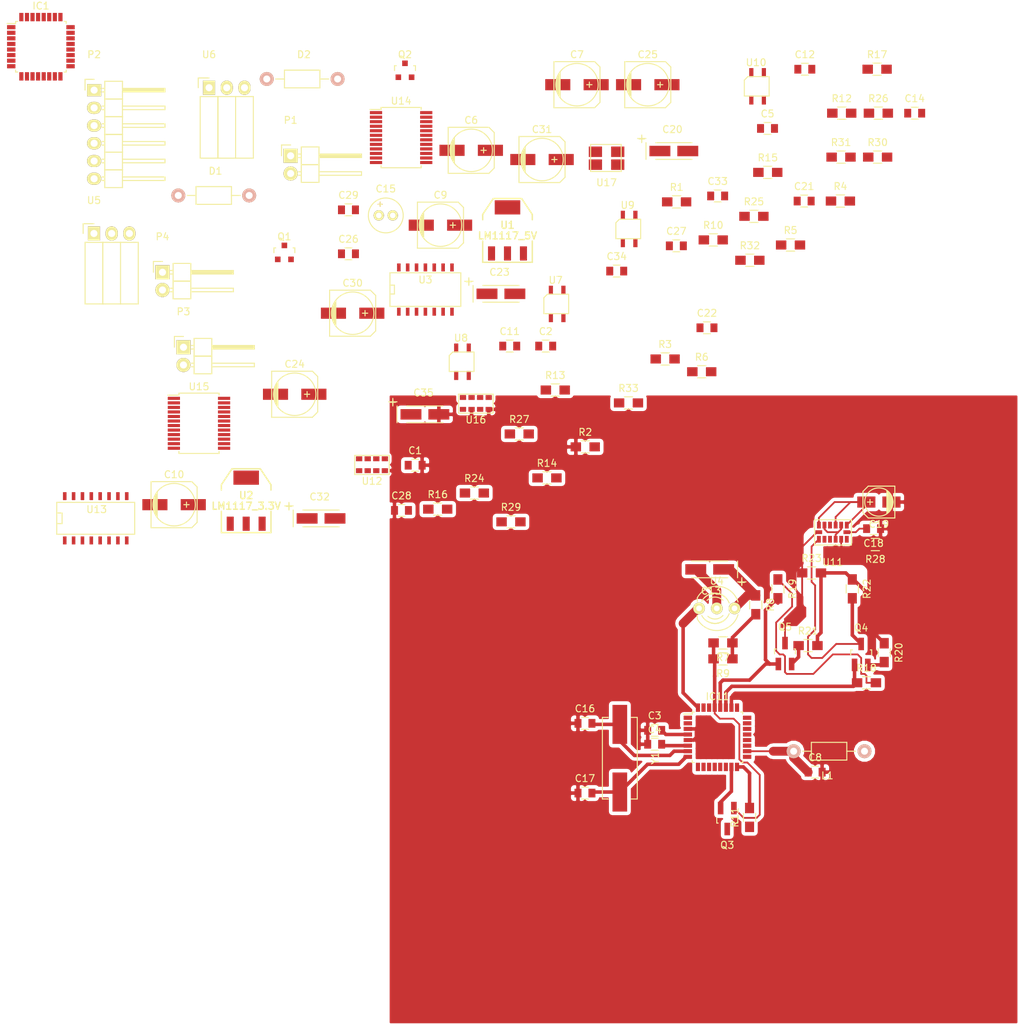
<source format=kicad_pcb>
(kicad_pcb (version 4) (host pcbnew 4.0.0-rc1-stable)
  (layers (0 F.Cu signal) (31 B.Cu signal) (34 B.Paste user) (35 F.Paste user) (36 B.SilkS user) (37 F.SilkS user) (38 B.Mask user) (39 F.Mask user) (44 Edge.Cuts user))
  (net 0 "")
  (net 1 VCC)
  (net 2 GND)
  (net 3 +5VA)
  (net 4 "Net-(C5-Pad2)")
  (net 5 "Net-(C8-Pad1)")
  (net 6 "Net-(C10-Pad1)")
  (net 7 "Net-(C13-Pad2)")
  (net 8 "Net-(C13-Pad1)")
  (net 9 /SHARP_POZ)
  (net 10 +5V)
  (net 11 /XTAL1)
  (net 12 /XTAL2)
  (net 13 +3V3)
  (net 14 /INT_10_2)
  (net 15 "/PCINT20_(3)")
  (net 16 /PWM_A)
  (net 17 /PWM_B)
  (net 18 "/PCINT21_(4)")
  (net 19 /INT_10_1)
  (net 20 /PWM_SHARP)
  (net 21 /SS_328)
  (net 22 /MOSI_328)
  (net 23 /MISO_328)
  (net 24 /AIN_2)
  (net 25 /SHARP_1)
  (net 26 /SHARP_2)
  (net 27 /SHARP1_INT)
  (net 28 /SHARP2_INT)
  (net 29 /ACC_INT2)
  (net 30 /BIN_2)
  (net 31 /SDA)
  (net 32 /SCL)
  (net 33 /RST_328)
  (net 34 "/PCINT16_(1)")
  (net 35 "/PCINT17_(2)")
  (net 36 "Net-(IC1-Pad32)")
  (net 37 /S_B_1)
  (net 38 /S_B_2)
  (net 39 /S_A_1)
  (net 40 /S_A_2)
  (net 41 "Net-(Q1-Pad1)")
  (net 42 "Net-(Q2-Pad1)")
  (net 43 /AIN_1)
  (net 44 "Net-(Q4-Pad2)")
  (net 45 /SCL_3.3)
  (net 46 "Net-(Q5-Pad2)")
  (net 47 /SDA_3.3)
  (net 48 /ZAS_ON)
  (net 49 "Net-(R10-Pad2)")
  (net 50 /BIN_1)
  (net 51 "Net-(R12-Pad2)")
  (net 52 "Net-(R14-Pad1)")
  (net 53 "Net-(R15-Pad1)")
  (net 54 "Net-(R16-Pad1)")
  (net 55 "Net-(R17-Pad1)")
  (net 56 "Net-(R28-Pad2)")
  (net 57 "Net-(R29-Pad1)")
  (net 58 "Net-(R30-Pad1)")
  (net 59 "Net-(R31-Pad1)")
  (net 60 "Net-(R31-Pad2)")
  (net 61 "Net-(R32-Pad1)")
  (net 62 "Net-(R32-Pad2)")
  (net 63 "Net-(R33-Pad1)")
  (net 64 "Net-(R33-Pad2)")
  (net 65 /ACC_DRDY)
  (net 66 "Net-(U11-Pad12)")
  (net 67 "Net-(U12-Pad8)")
  (net 68 "Net-(U13-Pad9)")
  (net 69 "Net-(U13-Pad7)")
  (net 70 "Net-(U13-Pad6)")
  (net 71 /STBY_ON)
  (net 72 "Net-(U13-Pad15)")
  (net 73 "Net-(U16-Pad8)")
  (module Capacitors_SMD:C_0805 (layer F.Cu) (at 53.654524 59.995)
    (fp_text reference C1 (at 0 -2.1) (layer F.SilkS))
    (fp_text value 100nF)
    (pad 1 smd rect (at -1 0) (size 1 1.25) (layers F.Cu F.Paste F.Mask) (net 1 VCC))
    (pad 2 smd rect (at 1 0) (size 1 1.25) (layers F.Cu F.Paste F.Mask) (net 2 GND))
  )
  (module Capacitors_SMD:C_0805 (layer F.Cu) (at 72.374524 42.915)
    (fp_text reference C2 (at 0 -2.1) (layer F.SilkS))
    (fp_text value 100nF)
    (pad 1 smd rect (at -1 0) (size 1 1.25) (layers F.Cu F.Paste F.Mask) (net 1 VCC))
    (pad 2 smd rect (at 1 0) (size 1 1.25) (layers F.Cu F.Paste F.Mask) (net 2 GND))
  )
  (module Capacitors_SMD:C_0805 (layer F.Cu) (at 88 98)
    (fp_text reference C3 (at 0 -2.1) (layer F.SilkS))
    (fp_text value 100nF)
    (pad 1 smd rect (at -1 0) (size 1 1.25) (layers F.Cu F.Paste F.Mask) (net 2 GND))
    (pad 2 smd rect (at 1 0) (size 1 1.25) (layers F.Cu F.Paste F.Mask) (net 3 +5VA))
  )
  (module Capacitors_SMD:C_0805 (layer F.Cu) (at 88 100)
    (fp_text reference C4 (at 0 -2.1) (layer F.SilkS))
    (fp_text value 100nF)
    (pad 1 smd rect (at -1 0) (size 1 1.25) (layers F.Cu F.Paste F.Mask) (net 2 GND))
    (pad 2 smd rect (at 1 0) (size 1 1.25) (layers F.Cu F.Paste F.Mask) (net 3 +5VA))
  )
  (module Capacitors_SMD:C_0805 (layer F.Cu) (at 104.174524 11.715)
    (fp_text reference C5 (at 0 -2.1) (layer F.SilkS))
    (fp_text value 100nF)
    (pad 1 smd rect (at -1 0) (size 1 1.25) (layers F.Cu F.Paste F.Mask) (net 2 GND))
    (pad 2 smd rect (at 1 0) (size 1 1.25) (layers F.Cu F.Paste F.Mask) (net 4 "Net-(C5-Pad2)"))
  )
  (module Capacitors_SMD:c_elec_6.3x7.7 (layer F.Cu) (at 61.695001 14.853)
    (fp_text reference C6 (at 0 -4.318) (layer F.SilkS))
    (fp_text value 100uF)
    (pad 1 smd rect (at 2.75082 0) (size 3.59918 1.6002) (layers F.Cu F.Paste F.Mask) (net 1 VCC))
    (pad 2 smd rect (at -2.75082 0) (size 3.59918 1.6002) (layers F.Cu F.Paste F.Mask) (net 2 GND))
  )
  (module Capacitors_SMD:c_elec_6.3x7.7 (layer F.Cu) (at 76.855001 5.443)
    (fp_text reference C7 (at 0 -4.318) (layer F.SilkS))
    (fp_text value 100uF)
    (pad 1 smd rect (at 2.75082 0) (size 3.59918 1.6002) (layers F.Cu F.Paste F.Mask) (net 1 VCC))
    (pad 2 smd rect (at -2.75082 0) (size 3.59918 1.6002) (layers F.Cu F.Paste F.Mask) (net 2 GND))
  )
  (module Capacitors_SMD:C_0805 (layer F.Cu) (at 111 104)
    (fp_text reference C8 (at 0 -2.1) (layer F.SilkS))
    (fp_text value 100nF)
    (pad 1 smd rect (at -1 0) (size 1 1.25) (layers F.Cu F.Paste F.Mask) (net 5 "Net-(C8-Pad1)"))
    (pad 2 smd rect (at 1 0) (size 1 1.25) (layers F.Cu F.Paste F.Mask) (net 2 GND))
  )
  (module Capacitors_SMD:c_elec_6.3x7.7 (layer F.Cu) (at 57.285001 25.583)
    (fp_text reference C9 (at 0 -4.318) (layer F.SilkS))
    (fp_text value 100uF)
    (pad 1 smd rect (at 2.75082 0) (size 3.59918 1.6002) (layers F.Cu F.Paste F.Mask) (net 3 +5VA))
    (pad 2 smd rect (at -2.75082 0) (size 3.59918 1.6002) (layers F.Cu F.Paste F.Mask) (net 2 GND))
  )
  (module Capacitors_SMD:c_elec_6.3x7.7 (layer F.Cu) (at 19.095001 65.653)
    (fp_text reference C10 (at 0 -4.318) (layer F.SilkS))
    (fp_text value 100uF)
    (pad 1 smd rect (at 2.75082 0) (size 3.59918 1.6002) (layers F.Cu F.Paste F.Mask) (net 6 "Net-(C10-Pad1)"))
    (pad 2 smd rect (at -2.75082 0) (size 3.59918 1.6002) (layers F.Cu F.Paste F.Mask) (net 2 GND))
  )
  (module Capacitors_SMD:C_0805 (layer F.Cu) (at 67.214524 42.915)
    (fp_text reference C11 (at 0 -2.1) (layer F.SilkS))
    (fp_text value 100nF)
    (pad 1 smd rect (at -1 0) (size 1 1.25) (layers F.Cu F.Paste F.Mask) (net 3 +5VA))
    (pad 2 smd rect (at 1 0) (size 1 1.25) (layers F.Cu F.Paste F.Mask) (net 2 GND))
  )
  (module Capacitors_SMD:C_0805 (layer F.Cu) (at 109.524524 3.225)
    (fp_text reference C12 (at 0 -2.1) (layer F.SilkS))
    (fp_text value 100nF)
    (pad 1 smd rect (at -1 0) (size 1 1.25) (layers F.Cu F.Paste F.Mask) (net 6 "Net-(C10-Pad1)"))
    (pad 2 smd rect (at 1 0) (size 1 1.25) (layers F.Cu F.Paste F.Mask) (net 2 GND))
  )
  (module Capacitors_Tantalum_SMD:TantalC_SizeA_EIA-3216_HandSoldering (layer F.Cu) (at 95.885 74.93 180)
    (fp_text reference C13 (at -0.20066 -3.0988 180) (layer F.SilkS))
    (fp_text value 4.7uF)
    (fp_text user + (at -4.59994 -1.80086 180) (layer F.SilkS))
    (pad 2 smd rect (at 1.99898 0 180) (size 2.99974 1.50114) (layers F.Cu F.Paste F.Mask) (net 7 "Net-(C13-Pad2)"))
    (pad 1 smd rect (at -1.99898 0 180) (size 2.99974 1.50114) (layers F.Cu F.Paste F.Mask) (net 8 "Net-(C13-Pad1)"))
  )
  (module Capacitors_SMD:C_0805 (layer F.Cu) (at 125.274524 9.525)
    (fp_text reference C14 (at 0 -2.1) (layer F.SilkS))
    (fp_text value 100nF)
    (pad 1 smd rect (at -1 0) (size 1 1.25) (layers F.Cu F.Paste F.Mask) (net 2 GND))
    (pad 2 smd rect (at 1 0) (size 1 1.25) (layers F.Cu F.Paste F.Mask) (net 9 /SHARP_POZ))
  )
  (module Capacitors_Elko_ThroughHole:Elko_vert_11x5mm_RM2 (layer F.Cu) (at 48.428361 24.185)
    (fp_text reference C15 (at 1.016 -3.81) (layer F.SilkS))
    (fp_text value 1uF)
    (fp_line (start 0.2159 -1.6002) (end 0.2159 -1.30048) (layer F.Cu) (width 0.15))
    (fp_line (start 0.2159 -1.6002) (end 0.51562 -1.6002) (layer F.Cu) (width 0.15))
    (fp_line (start -0.08382 -1.6002) (end 0.2159 -1.6002) (layer F.Cu) (width 0.15))
    (fp_line (start 0.2159 -1.6002) (end 0.2159 -1.89992) (layer F.Cu) (width 0.15))
    (pad 1 thru_hole circle (at 0.01524 0) (size 1.48082 1.48082) (drill 0.8001) (layers *.Cu *.Mask F.SilkS) (net 2 GND))
    (pad 2 thru_hole circle (at 2.01676 0) (size 1.48082 1.48082) (drill 0.8001) (layers *.Cu *.Mask F.SilkS) (net 10 +5V))
  )
  (module Capacitors_SMD:C_0805 (layer F.Cu) (at 78 97)
    (fp_text reference C16 (at 0 -2.1) (layer F.SilkS))
    (fp_text value 22pF)
    (pad 1 smd rect (at -1 0) (size 1 1.25) (layers F.Cu F.Paste F.Mask) (net 2 GND))
    (pad 2 smd rect (at 1 0) (size 1 1.25) (layers F.Cu F.Paste F.Mask) (net 11 /XTAL1))
  )
  (module Capacitors_SMD:C_0805 (layer F.Cu) (at 78 107)
    (fp_text reference C17 (at 0 -2.1) (layer F.SilkS))
    (fp_text value 22pF)
    (pad 1 smd rect (at -1 0) (size 1 1.25) (layers F.Cu F.Paste F.Mask) (net 2 GND))
    (pad 2 smd rect (at 1 0) (size 1 1.25) (layers F.Cu F.Paste F.Mask) (net 12 /XTAL2))
  )
  (module Capacitors_SMD:C_0805 (layer F.Cu) (at 119.38 69.088 180)
    (fp_text reference C18 (at 0 -2.1 180) (layer F.SilkS))
    (fp_text value 100nF)
    (pad 1 smd rect (at -1 0 180) (size 1 1.25) (layers F.Cu F.Paste F.Mask) (net 2 GND))
    (pad 2 smd rect (at 1 0 180) (size 1 1.25) (layers F.Cu F.Paste F.Mask) (net 13 +3V3))
  )
  (module Capacitors_SMD:c_elec_4x4.5 (layer F.Cu) (at 120.142 65.278 180)
    (fp_text reference C19 (at 0 -3.175 180) (layer F.SilkS))
    (fp_text value 22uF)
    (pad 1 smd rect (at 1.80086 0 180) (size 2.60096 1.6002) (layers F.Cu F.Paste F.Mask) (net 13 +3V3))
    (pad 2 smd rect (at -1.80086 0 180) (size 2.60096 1.6002) (layers F.Cu F.Paste F.Mask) (net 2 GND))
  )
  (module Capacitors_Tantalum_SMD:TantalC_SizeA_EIA-3216_HandSoldering (layer F.Cu) (at 90.744381 14.9538)
    (fp_text reference C20 (at -0.20066 -3.0988) (layer F.SilkS))
    (fp_text value 4.7uF)
    (fp_text user + (at -4.59994 -1.80086) (layer F.SilkS))
    (pad 2 smd rect (at 1.99898 0) (size 2.99974 1.50114) (layers F.Cu F.Paste F.Mask) (net 2 GND))
    (pad 1 smd rect (at -1.99898 0) (size 2.99974 1.50114) (layers F.Cu F.Paste F.Mask) (net 13 +3V3))
  )
  (module Capacitors_SMD:C_0805 (layer F.Cu) (at 109.424524 22.125)
    (fp_text reference C21 (at 0 -2.1) (layer F.SilkS))
    (fp_text value 100nF)
    (pad 1 smd rect (at -1 0) (size 1 1.25) (layers F.Cu F.Paste F.Mask) (net 2 GND))
    (pad 2 smd rect (at 1 0) (size 1 1.25) (layers F.Cu F.Paste F.Mask) (net 13 +3V3))
  )
  (module Capacitors_SMD:C_0805 (layer F.Cu) (at 95.494524 40.295)
    (fp_text reference C22 (at 0 -2.1) (layer F.SilkS))
    (fp_text value 100nF)
    (pad 1 smd rect (at -1 0) (size 1 1.25) (layers F.Cu F.Paste F.Mask) (net 13 +3V3))
    (pad 2 smd rect (at 1 0) (size 1 1.25) (layers F.Cu F.Paste F.Mask) (net 2 GND))
  )
  (module Capacitors_Tantalum_SMD:TantalC_SizeA_EIA-3216_HandSoldering (layer F.Cu) (at 65.954381 35.4238)
    (fp_text reference C23 (at -0.20066 -3.0988) (layer F.SilkS))
    (fp_text value 1uF)
    (fp_text user + (at -4.59994 -1.80086) (layer F.SilkS))
    (pad 2 smd rect (at 1.99898 0) (size 2.99974 1.50114) (layers F.Cu F.Paste F.Mask) (net 2 GND))
    (pad 1 smd rect (at -1.99898 0) (size 2.99974 1.50114) (layers F.Cu F.Paste F.Mask) (net 13 +3V3))
  )
  (module Capacitors_SMD:c_elec_6.3x7.7 (layer F.Cu) (at 36.385001 49.823)
    (fp_text reference C24 (at 0 -4.318) (layer F.SilkS))
    (fp_text value 100uF)
    (pad 1 smd rect (at 2.75082 0) (size 3.59918 1.6002) (layers F.Cu F.Paste F.Mask) (net 10 +5V))
    (pad 2 smd rect (at -2.75082 0) (size 3.59918 1.6002) (layers F.Cu F.Paste F.Mask) (net 2 GND))
  )
  (module Capacitors_SMD:c_elec_6.3x7.7 (layer F.Cu) (at 87.005001 5.443)
    (fp_text reference C25 (at 0 -4.318) (layer F.SilkS))
    (fp_text value 100uF)
    (pad 1 smd rect (at 2.75082 0) (size 3.59918 1.6002) (layers F.Cu F.Paste F.Mask) (net 10 +5V))
    (pad 2 smd rect (at -2.75082 0) (size 3.59918 1.6002) (layers F.Cu F.Paste F.Mask) (net 2 GND))
  )
  (module Capacitors_SMD:C_0805 (layer F.Cu) (at 44.094524 29.685)
    (fp_text reference C26 (at 0 -2.1) (layer F.SilkS))
    (fp_text value 100nF)
    (pad 1 smd rect (at -1 0) (size 1 1.25) (layers F.Cu F.Paste F.Mask) (net 2 GND))
    (pad 2 smd rect (at 1 0) (size 1 1.25) (layers F.Cu F.Paste F.Mask) (net 10 +5V))
  )
  (module Capacitors_SMD:C_0805 (layer F.Cu) (at 91.104524 28.545)
    (fp_text reference C27 (at 0 -2.1) (layer F.SilkS))
    (fp_text value 100nF)
    (pad 1 smd rect (at -1 0) (size 1 1.25) (layers F.Cu F.Paste F.Mask) (net 2 GND))
    (pad 2 smd rect (at 1 0) (size 1 1.25) (layers F.Cu F.Paste F.Mask) (net 10 +5V))
  )
  (module Capacitors_SMD:C_0805 (layer F.Cu) (at 51.694524 66.475)
    (fp_text reference C28 (at 0 -2.1) (layer F.SilkS))
    (fp_text value 100nF)
    (pad 1 smd rect (at -1 0) (size 1 1.25) (layers F.Cu F.Paste F.Mask) (net 2 GND))
    (pad 2 smd rect (at 1 0) (size 1 1.25) (layers F.Cu F.Paste F.Mask) (net 1 VCC))
  )
  (module Capacitors_SMD:C_0805 (layer F.Cu) (at 44.094524 23.385)
    (fp_text reference C29 (at 0 -2.1) (layer F.SilkS))
    (fp_text value 100nF)
    (pad 1 smd rect (at -1 0) (size 1 1.25) (layers F.Cu F.Paste F.Mask) (net 2 GND))
    (pad 2 smd rect (at 1 0) (size 1 1.25) (layers F.Cu F.Paste F.Mask) (net 1 VCC))
  )
  (module Capacitors_SMD:c_elec_6.3x7.7 (layer F.Cu) (at 44.695001 38.203)
    (fp_text reference C30 (at 0 -4.318) (layer F.SilkS))
    (fp_text value 100uF)
    (pad 1 smd rect (at 2.75082 0) (size 3.59918 1.6002) (layers F.Cu F.Paste F.Mask) (net 1 VCC))
    (pad 2 smd rect (at -2.75082 0) (size 3.59918 1.6002) (layers F.Cu F.Paste F.Mask) (net 2 GND))
  )
  (module Capacitors_SMD:c_elec_6.3x7.7 (layer F.Cu) (at 71.845001 16.173)
    (fp_text reference C31 (at 0 -4.318) (layer F.SilkS))
    (fp_text value 100uF)
    (pad 1 smd rect (at 2.75082 0) (size 3.59918 1.6002) (layers F.Cu F.Paste F.Mask) (net 1 VCC))
    (pad 2 smd rect (at -2.75082 0) (size 3.59918 1.6002) (layers F.Cu F.Paste F.Mask) (net 2 GND))
  )
  (module Capacitors_Tantalum_SMD:TantalC_SizeA_EIA-3216_HandSoldering (layer F.Cu) (at 40.164381 67.6238)
    (fp_text reference C32 (at -0.20066 -3.0988) (layer F.SilkS))
    (fp_text value 4.7uF)
    (fp_text user + (at -4.59994 -1.80086) (layer F.SilkS))
    (pad 2 smd rect (at 1.99898 0) (size 2.99974 1.50114) (layers F.Cu F.Paste F.Mask) (net 2 GND))
    (pad 1 smd rect (at -1.99898 0) (size 2.99974 1.50114) (layers F.Cu F.Paste F.Mask) (net 13 +3V3))
  )
  (module Capacitors_SMD:C_0805 (layer F.Cu) (at 97.024524 21.395)
    (fp_text reference C33 (at 0 -2.1) (layer F.SilkS))
    (fp_text value 100nF)
    (pad 1 smd rect (at -1 0) (size 1 1.25) (layers F.Cu F.Paste F.Mask) (net 2 GND))
    (pad 2 smd rect (at 1 0) (size 1 1.25) (layers F.Cu F.Paste F.Mask) (net 13 +3V3))
  )
  (module Capacitors_SMD:C_0805 (layer F.Cu) (at 82.554524 32.165)
    (fp_text reference C34 (at 0 -2.1) (layer F.SilkS))
    (fp_text value 100nF)
    (pad 1 smd rect (at -1 0) (size 1 1.25) (layers F.Cu F.Paste F.Mask) (net 13 +3V3))
    (pad 2 smd rect (at 1 0) (size 1 1.25) (layers F.Cu F.Paste F.Mask) (net 2 GND))
  )
  (module Capacitors_Tantalum_SMD:TantalC_SizeA_EIA-3216_HandSoldering (layer F.Cu) (at 55.054381 52.7038)
    (fp_text reference C35 (at -0.20066 -3.0988) (layer F.SilkS))
    (fp_text value 1uF)
    (fp_text user + (at -4.59994 -1.80086) (layer F.SilkS))
    (pad 2 smd rect (at 1.99898 0) (size 2.99974 1.50114) (layers F.Cu F.Paste F.Mask) (net 2 GND))
    (pad 1 smd rect (at -1.99898 0) (size 2.99974 1.50114) (layers F.Cu F.Paste F.Mask) (net 13 +3V3))
  )
  (module Resistors_ThroughHole:Resistor_Horizontal_RM10mm (layer F.Cu) (at 24.77949 21.32512)
    (fp_text reference D1 (at 0.24892 -3.50012) (layer F.SilkS))
    (fp_text value D_Schottky)
    (pad 1 thru_hole circle (at -5.08 0) (size 1.99898 1.99898) (drill 1.00076) (layers *.Cu *.SilkS *.Mask) (net 1 VCC))
    (pad 2 thru_hole circle (at 5.08 0) (size 1.99898 1.99898) (drill 1.00076) (layers *.Cu *.SilkS *.Mask) (net 3 +5VA))
  )
  (module Resistors_ThroughHole:Resistor_Horizontal_RM10mm (layer F.Cu) (at 37.45949 4.62512)
    (fp_text reference D2 (at 0.24892 -3.50012) (layer F.SilkS))
    (fp_text value D_Schottky)
    (pad 1 thru_hole circle (at -5.08 0) (size 1.99898 1.99898) (drill 1.00076) (layers *.Cu *.SilkS *.Mask) (net 1 VCC))
    (pad 2 thru_hole circle (at 5.08 0) (size 1.99898 1.99898) (drill 1.00076) (layers *.Cu *.SilkS *.Mask) (net 6 "Net-(C10-Pad1)"))
  )
  (module Housings_QFP:LQFP-32_7x7mm_Pitch0.8mm (layer F.Cu) (at 97 99)
    (fp_text reference IC11 (at 0 -5.85) (layer F.SilkS))
    (fp_text value ATMEGA328P-A)
    (pad 1 smd rect (at -4.25 -2.8) (size 1.2 0.6) (layers F.Cu F.Paste F.Mask) (net 14 /INT_10_2))
    (pad 2 smd rect (at -4.25 -2) (size 1.2 0.6) (layers F.Cu F.Paste F.Mask) (net 15 "/PCINT20_(3)"))
    (pad 3 smd rect (at -4.25 -1.2) (size 1.2 0.6) (layers F.Cu F.Paste F.Mask) (net 2 GND))
    (pad 4 smd rect (at -4.25 -0.4) (size 1.2 0.6) (layers F.Cu F.Paste F.Mask) (net 3 +5VA))
    (pad 5 smd rect (at -4.25 0.4) (size 1.2 0.6) (layers F.Cu F.Paste F.Mask) (net 2 GND))
    (pad 6 smd rect (at -4.25 1.2) (size 1.2 0.6) (layers F.Cu F.Paste F.Mask) (net 3 +5VA))
    (pad 7 smd rect (at -4.25 2) (size 1.2 0.6) (layers F.Cu F.Paste F.Mask) (net 11 /XTAL1))
    (pad 8 smd rect (at -4.25 2.8) (size 1.2 0.6) (layers F.Cu F.Paste F.Mask) (net 12 /XTAL2))
    (pad 9 smd rect (at -2.8 4.25 90) (size 1.2 0.6) (layers F.Cu F.Paste F.Mask) (net 16 /PWM_A))
    (pad 10 smd rect (at -2 4.25 90) (size 1.2 0.6) (layers F.Cu F.Paste F.Mask) (net 17 /PWM_B))
    (pad 11 smd rect (at -1.2 4.25 90) (size 1.2 0.6) (layers F.Cu F.Paste F.Mask) (net 18 "/PCINT21_(4)"))
    (pad 12 smd rect (at -0.4 4.25 90) (size 1.2 0.6) (layers F.Cu F.Paste F.Mask) (net 19 /INT_10_1))
    (pad 13 smd rect (at 0.4 4.25 90) (size 1.2 0.6) (layers F.Cu F.Paste F.Mask) (net 20 /PWM_SHARP))
    (pad 14 smd rect (at 1.2 4.25 90) (size 1.2 0.6) (layers F.Cu F.Paste F.Mask) (net 21 /SS_328))
    (pad 15 smd rect (at 2 4.25 90) (size 1.2 0.6) (layers F.Cu F.Paste F.Mask) (net 22 /MOSI_328))
    (pad 16 smd rect (at 2.8 4.25 90) (size 1.2 0.6) (layers F.Cu F.Paste F.Mask) (net 23 /MISO_328))
    (pad 17 smd rect (at 4.25 2.8) (size 1.2 0.6) (layers F.Cu F.Paste F.Mask) (net 24 /AIN_2))
    (pad 18 smd rect (at 4.25 2) (size 1.2 0.6) (layers F.Cu F.Paste F.Mask) (net 5 "Net-(C8-Pad1)"))
    (pad 19 smd rect (at 4.25 1.2) (size 1.2 0.6) (layers F.Cu F.Paste F.Mask) (net 25 /SHARP_1))
    (pad 20 smd rect (at 4.25 0.4) (size 1.2 0.6) (layers F.Cu F.Paste F.Mask) (net 4 "Net-(C5-Pad2)"))
    (pad 21 smd rect (at 4.25 -0.4) (size 1.2 0.6) (layers F.Cu F.Paste F.Mask) (net 2 GND))
    (pad 22 smd rect (at 4.25 -1.2) (size 1.2 0.6) (layers F.Cu F.Paste F.Mask) (net 26 /SHARP_2))
    (pad 23 smd rect (at 4.25 -2) (size 1.2 0.6) (layers F.Cu F.Paste F.Mask) (net 27 /SHARP1_INT))
    (pad 24 smd rect (at 4.25 -2.8) (size 1.2 0.6) (layers F.Cu F.Paste F.Mask) (net 28 /SHARP2_INT))
    (pad 25 smd rect (at 2.8 -4.25 90) (size 1.2 0.6) (layers F.Cu F.Paste F.Mask) (net 30 /BIN_2))
    (pad 26 smd rect (at 2 -4.25 90) (size 1.2 0.6) (layers F.Cu F.Paste F.Mask) (net 29 /ACC_INT2))
    (pad 27 smd rect (at 1.2 -4.25 90) (size 1.2 0.6) (layers F.Cu F.Paste F.Mask) (net 31 /SDA))
    (pad 28 smd rect (at 0.4 -4.25 90) (size 1.2 0.6) (layers F.Cu F.Paste F.Mask) (net 32 /SCL))
    (pad 29 smd rect (at -0.4 -4.25 90) (size 1.2 0.6) (layers F.Cu F.Paste F.Mask) (net 33 /RST_328))
    (pad 30 smd rect (at -1.2 -4.25 90) (size 1.2 0.6) (layers F.Cu F.Paste F.Mask) (net 34 "/PCINT16_(1)"))
    (pad 31 smd rect (at -2 -4.25 90) (size 1.2 0.6) (layers F.Cu F.Paste F.Mask) (net 35 "/PCINT17_(2)"))
    (pad 32 smd rect (at -2.8 -4.25 90) (size 1.2 0.6) (layers F.Cu F.Paste F.Mask) (net 36 "Net-(IC1-Pad32)"))
  )
  (module Resistors_ThroughHole:Resistor_Horizontal_RM10mm (layer F.Cu) (at 113 101 180)
    (fp_text reference L1 (at 0.24892 -3.50012 180) (layer F.SilkS))
    (fp_text value 100mH)
    (pad 1 thru_hole circle (at -5.08 0 180) (size 1.99898 1.99898) (drill 1.00076) (layers *.Cu *.SilkS *.Mask) (net 3 +5VA))
    (pad 2 thru_hole circle (at 5.08 0 180) (size 1.99898 1.99898) (drill 1.00076) (layers *.Cu *.SilkS *.Mask) (net 5 "Net-(C8-Pad1)"))
  )
  (module Pin_Headers:Pin_Header_Angled_1x02 (layer F.Cu) (at 35.804048 15.635)
    (fp_text reference P1 (at 0 -5.1) (layer F.SilkS))
    (fp_text value bateria)
    (pad 1 thru_hole rect (at 0 0) (size 2.032 2.032) (drill 1.016) (layers *.Cu *.Mask F.SilkS) (net 1 VCC))
    (pad 2 thru_hole oval (at 0 2.54) (size 2.032 2.032) (drill 1.016) (layers *.Cu *.Mask F.SilkS) (net 2 GND))
  )
  (module Pin_Headers:Pin_Header_Angled_1x06 (layer F.Cu) (at 7.632143 6.225)
    (fp_text reference P2 (at 0 -5.1) (layer F.SilkS))
    (fp_text value PROGRAMATOR)
    (pad 1 thru_hole rect (at 0 0) (size 2.032 1.7272) (drill 1.016) (layers *.Cu *.Mask F.SilkS) (net 23 /MISO_328))
    (pad 2 thru_hole oval (at 0 2.54) (size 2.032 1.7272) (drill 1.016) (layers *.Cu *.Mask F.SilkS) (net 22 /MOSI_328))
    (pad 3 thru_hole oval (at 0 5.08) (size 2.032 1.7272) (drill 1.016) (layers *.Cu *.Mask F.SilkS) (net 24 /AIN_2))
    (pad 4 thru_hole oval (at 0 7.62) (size 2.032 1.7272) (drill 1.016) (layers *.Cu *.Mask F.SilkS) (net 33 /RST_328))
    (pad 5 thru_hole oval (at 0 10.16) (size 2.032 1.7272) (drill 1.016) (layers *.Cu *.Mask F.SilkS) (net 2 GND))
    (pad 6 thru_hole oval (at 0 12.7) (size 2.032 1.7272) (drill 1.016) (layers *.Cu *.Mask F.SilkS) (net 3 +5VA))
  )
  (module Pin_Headers:Pin_Header_Angled_1x02 (layer F.Cu) (at 20.44119 43.085)
    (fp_text reference P3 (at 0 -5.1) (layer F.SilkS))
    (fp_text value silnik2)
    (pad 1 thru_hole rect (at 0 0) (size 2.032 2.032) (drill 1.016) (layers *.Cu *.Mask F.SilkS) (net 37 /S_B_1))
    (pad 2 thru_hole oval (at 0 2.54) (size 2.032 2.032) (drill 1.016) (layers *.Cu *.Mask F.SilkS) (net 38 /S_B_2))
  )
  (module Pin_Headers:Pin_Header_Angled_1x02 (layer F.Cu) (at 17.43119 32.335)
    (fp_text reference P4 (at 0 -5.1) (layer F.SilkS))
    (fp_text value silnik1)
    (pad 1 thru_hole rect (at 0 0) (size 2.032 2.032) (drill 1.016) (layers *.Cu *.Mask F.SilkS) (net 39 /S_A_1))
    (pad 2 thru_hole oval (at 0 2.54) (size 2.032 2.032) (drill 1.016) (layers *.Cu *.Mask F.SilkS) (net 40 /S_A_2))
  )
  (module TO_SOT_Packages_SMD:SOT-23 (layer F.Cu) (at 34.908333 29.485)
    (fp_text reference Q1 (at 0 -2.25) (layer F.SilkS))
    (fp_text value IRLML2246TRPBF)
    (pad 1 smd rect (at -0.95 1.00076) (size 0.8001 0.8001) (layers F.Cu F.Paste F.Mask) (net 41 "Net-(Q1-Pad1)"))
    (pad 2 smd rect (at 0.95 1.00076) (size 0.8001 0.8001) (layers F.Cu F.Paste F.Mask) (net 10 +5V))
    (pad 3 smd rect (at 0 -0.99822) (size 0.8001 0.8001) (layers F.Cu F.Paste F.Mask) (net 3 +5VA))
  )
  (module TO_SOT_Packages_SMD:SOT-23 (layer F.Cu) (at 52.198333 3.375)
    (fp_text reference Q2 (at 0 -2.25) (layer F.SilkS))
    (fp_text value IRLML2246TRPBF)
    (pad 1 smd rect (at -0.95 1.00076) (size 0.8001 0.8001) (layers F.Cu F.Paste F.Mask) (net 42 "Net-(Q2-Pad1)"))
    (pad 2 smd rect (at 0.95 1.00076) (size 0.8001 0.8001) (layers F.Cu F.Paste F.Mask) (net 13 +3V3))
    (pad 3 smd rect (at 0 -0.99822) (size 0.8001 0.8001) (layers F.Cu F.Paste F.Mask) (net 6 "Net-(C10-Pad1)"))
  )
  (module Housings_SOT-23_SOT-143_TSOT-6:SOT-23_Handsoldering (layer F.Cu) (at 98.4 110.65 180)
    (fp_text reference Q3 (at 0 -3.81 180) (layer F.SilkS))
    (fp_text value BC817-25)
    (pad 1 smd rect (at -0.95 1.50114 180) (size 0.8001 1.80086) (layers F.Cu F.Paste F.Mask) (net 33 /RST_328))
    (pad 2 smd rect (at 0.95 1.50114 180) (size 0.8001 1.80086) (layers F.Cu F.Paste F.Mask) (net 22 /MOSI_328))
    (pad 3 smd rect (at 0 -1.50114 180) (size 0.8001 1.80086) (layers F.Cu F.Paste F.Mask) (net 43 /AIN_1))
  )
  (module Housings_SOT-23_SOT-143_TSOT-6:SOT-23_Handsoldering (layer F.Cu) (at 117.602 87.122)
    (fp_text reference Q4 (at 0 -3.81) (layer F.SilkS))
    (fp_text value BSS138)
    (pad 1 smd rect (at -0.95 1.50114) (size 0.8001 1.80086) (layers F.Cu F.Paste F.Mask) (net 31 /SDA))
    (pad 2 smd rect (at 0.95 1.50114) (size 0.8001 1.80086) (layers F.Cu F.Paste F.Mask) (net 44 "Net-(Q4-Pad2)"))
    (pad 3 smd rect (at 0 -1.50114) (size 0.8001 1.80086) (layers F.Cu F.Paste F.Mask) (net 47 /SDA_3.3))
  )
  (module Housings_SOT-23_SOT-143_TSOT-6:SOT-23_Handsoldering (layer F.Cu) (at 106.68 86.995)
    (fp_text reference Q5 (at 0 -3.81) (layer F.SilkS))
    (fp_text value BSS138)
    (pad 1 smd rect (at -0.95 1.50114) (size 0.8001 1.80086) (layers F.Cu F.Paste F.Mask) (net 32 /SCL))
    (pad 2 smd rect (at 0.95 1.50114) (size 0.8001 1.80086) (layers F.Cu F.Paste F.Mask) (net 46 "Net-(Q5-Pad2)"))
    (pad 3 smd rect (at 0 -1.50114) (size 0.8001 1.80086) (layers F.Cu F.Paste F.Mask) (net 45 /SCL_3.3))
  )
  (module Resistors_SMD:R_0805_HandSoldering (layer F.Cu) (at 91.145001 22.245)
    (fp_text reference R1 (at 0 -2.1) (layer F.SilkS))
    (fp_text value 47k)
    (pad 1 smd rect (at -1.35 0) (size 1.5 1.3) (layers F.Cu F.Paste F.Mask) (net 41 "Net-(Q1-Pad1)"))
    (pad 2 smd rect (at 1.35 0) (size 1.5 1.3) (layers F.Cu F.Paste F.Mask) (net 2 GND))
  )
  (module Resistors_SMD:R_0805_HandSoldering (layer F.Cu) (at 78.045001 57.365)
    (fp_text reference R2 (at 0 -2.1) (layer F.SilkS))
    (fp_text value 47k)
    (pad 1 smd rect (at -1.35 0) (size 1.5 1.3) (layers F.Cu F.Paste F.Mask) (net 2 GND))
    (pad 2 smd rect (at 1.35 0) (size 1.5 1.3) (layers F.Cu F.Paste F.Mask) (net 42 "Net-(Q2-Pad1)"))
  )
  (module Resistors_SMD:R_0805_HandSoldering (layer F.Cu) (at 89.495001 44.765)
    (fp_text reference R3 (at 0 -2.1) (layer F.SilkS))
    (fp_text value 1k)
    (pad 1 smd rect (at -1.35 0) (size 1.5 1.3) (layers F.Cu F.Paste F.Mask) (net 48 /ZAS_ON))
    (pad 2 smd rect (at 1.35 0) (size 1.5 1.3) (layers F.Cu F.Paste F.Mask) (net 41 "Net-(Q1-Pad1)"))
  )
  (module Resistors_SMD:R_0805_HandSoldering (layer F.Cu) (at 114.625001 22.125)
    (fp_text reference R4 (at 0 -2.1) (layer F.SilkS))
    (fp_text value 1k)
    (pad 1 smd rect (at -1.35 0) (size 1.5 1.3) (layers F.Cu F.Paste F.Mask) (net 48 /ZAS_ON))
    (pad 2 smd rect (at 1.35 0) (size 1.5 1.3) (layers F.Cu F.Paste F.Mask) (net 42 "Net-(Q2-Pad1)"))
  )
  (module Resistors_SMD:R_0805_HandSoldering (layer F.Cu) (at 107.475001 28.425)
    (fp_text reference R5 (at 0 -2.1) (layer F.SilkS))
    (fp_text value 47k)
    (pad 1 smd rect (at -1.35 0) (size 1.5 1.3) (layers F.Cu F.Paste F.Mask) (net 10 +5V))
    (pad 2 smd rect (at 1.35 0) (size 1.5 1.3) (layers F.Cu F.Paste F.Mask) (net 28 /SHARP2_INT))
  )
  (module Resistors_SMD:R_0805_HandSoldering (layer F.Cu) (at 94.745001 46.595)
    (fp_text reference R6 (at 0 -2.1) (layer F.SilkS))
    (fp_text value 47k)
    (pad 1 smd rect (at -1.35 0) (size 1.5 1.3) (layers F.Cu F.Paste F.Mask) (net 10 +5V))
    (pad 2 smd rect (at 1.35 0) (size 1.5 1.3) (layers F.Cu F.Paste F.Mask) (net 27 /SHARP1_INT))
  )
  (module Resistors_SMD:R_0805_HandSoldering (layer F.Cu) (at 97.79 85.471 180)
    (fp_text reference R7 (at 0 -2.1 180) (layer F.SilkS))
    (fp_text value 10k)
    (pad 1 smd rect (at -1.35 0 180) (size 1.5 1.3) (layers F.Cu F.Paste F.Mask) (net 3 +5VA))
    (pad 2 smd rect (at 1.35 0 180) (size 1.5 1.3) (layers F.Cu F.Paste F.Mask) (net 33 /RST_328))
  )
  (module Resistors_SMD:R_0805_HandSoldering (layer F.Cu) (at 102.489 80.01 270)
    (fp_text reference R8 (at 0 -2.1 270) (layer F.SilkS))
    (fp_text value 330)
    (pad 1 smd rect (at -1.35 0 270) (size 1.5 1.3) (layers F.Cu F.Paste F.Mask) (net 8 "Net-(C13-Pad1)"))
    (pad 2 smd rect (at 1.35 0 270) (size 1.5 1.3) (layers F.Cu F.Paste F.Mask) (net 3 +5VA))
  )
  (module Resistors_SMD:R_0805_HandSoldering (layer F.Cu) (at 97.79 87.757 180)
    (fp_text reference R9 (at 0 -2.1 180) (layer F.SilkS))
    (fp_text value 10K)
    (pad 1 smd rect (at -1.35 0 180) (size 1.5 1.3) (layers F.Cu F.Paste F.Mask) (net 3 +5VA))
    (pad 2 smd rect (at 1.35 0 180) (size 1.5 1.3) (layers F.Cu F.Paste F.Mask) (net 33 /RST_328))
  )
  (module Resistors_SMD:R_0805_HandSoldering (layer F.Cu) (at 96.395001 27.695)
    (fp_text reference R10 (at 0 -2.1) (layer F.SilkS))
    (fp_text value 3k)
    (pad 1 smd rect (at -1.35 0) (size 1.5 1.3) (layers F.Cu F.Paste F.Mask) (net 10 +5V))
    (pad 2 smd rect (at 1.35 0) (size 1.5 1.3) (layers F.Cu F.Paste F.Mask) (net 49 "Net-(R10-Pad2)"))
  )
  (module Resistors_SMD:R_0805_HandSoldering (layer F.Cu) (at 101.6 110.49 90)
    (fp_text reference R11 (at 0 -2.1 90) (layer F.SilkS))
    (fp_text value 10k)
    (pad 1 smd rect (at -1.35 0 90) (size 1.5 1.3) (layers F.Cu F.Paste F.Mask) (net 50 /BIN_1))
    (pad 2 smd rect (at 1.35 0 90) (size 1.5 1.3) (layers F.Cu F.Paste F.Mask) (net 23 /MISO_328))
  )
  (module Resistors_SMD:R_0805_HandSoldering (layer F.Cu) (at 114.815001 9.525)
    (fp_text reference R12 (at 0 -2.1) (layer F.SilkS))
    (fp_text value 3k)
    (pad 1 smd rect (at -1.35 0) (size 1.5 1.3) (layers F.Cu F.Paste F.Mask) (net 10 +5V))
    (pad 2 smd rect (at 1.35 0) (size 1.5 1.3) (layers F.Cu F.Paste F.Mask) (net 51 "Net-(R12-Pad2)"))
  )
  (module Resistors_SMD:R_0805_HandSoldering (layer F.Cu) (at 73.745001 49.215)
    (fp_text reference R13 (at 0 -2.1) (layer F.SilkS))
    (fp_text value 33k)
    (pad 1 smd rect (at -1.35 0) (size 1.5 1.3) (layers F.Cu F.Paste F.Mask) (net 9 /SHARP_POZ))
    (pad 2 smd rect (at 1.35 0) (size 1.5 1.3) (layers F.Cu F.Paste F.Mask) (net 20 /PWM_SHARP))
  )
  (module Resistors_SMD:R_0805_HandSoldering (layer F.Cu) (at 72.555001 61.815)
    (fp_text reference R14 (at 0 -2.1) (layer F.SilkS))
    (fp_text value 100)
    (pad 1 smd rect (at -1.35 0) (size 1.5 1.3) (layers F.Cu F.Paste F.Mask) (net 52 "Net-(R14-Pad1)"))
    (pad 2 smd rect (at 1.35 0) (size 1.5 1.3) (layers F.Cu F.Paste F.Mask) (net 13 +3V3))
  )
  (module Resistors_SMD:R_0805_HandSoldering (layer F.Cu) (at 104.215001 18.015)
    (fp_text reference R15 (at 0 -2.1) (layer F.SilkS))
    (fp_text value 100)
    (pad 1 smd rect (at -1.35 0) (size 1.5 1.3) (layers F.Cu F.Paste F.Mask) (net 53 "Net-(R15-Pad1)"))
    (pad 2 smd rect (at 1.35 0) (size 1.5 1.3) (layers F.Cu F.Paste F.Mask) (net 13 +3V3))
  )
  (module Resistors_SMD:R_0805_HandSoldering (layer F.Cu) (at 56.895001 66.295)
    (fp_text reference R16 (at 0 -2.1) (layer F.SilkS))
    (fp_text value 100)
    (pad 1 smd rect (at -1.35 0) (size 1.5 1.3) (layers F.Cu F.Paste F.Mask) (net 54 "Net-(R16-Pad1)"))
    (pad 2 smd rect (at 1.35 0) (size 1.5 1.3) (layers F.Cu F.Paste F.Mask) (net 13 +3V3))
  )
  (module Resistors_SMD:R_0805_HandSoldering (layer F.Cu) (at 119.885001 3.225)
    (fp_text reference R17 (at 0 -2.1) (layer F.SilkS))
    (fp_text value 100)
    (pad 1 smd rect (at -1.35 0) (size 1.5 1.3) (layers F.Cu F.Paste F.Mask) (net 55 "Net-(R17-Pad1)"))
    (pad 2 smd rect (at 1.35 0) (size 1.5 1.3) (layers F.Cu F.Paste F.Mask) (net 13 +3V3))
  )
  (module Resistors_SMD:R_0805_HandSoldering (layer F.Cu) (at 118.364 91.186)
    (fp_text reference R18 (at 0 -2.1) (layer F.SilkS))
    (fp_text value 4,7k)
    (pad 1 smd rect (at -1.35 0) (size 1.5 1.3) (layers F.Cu F.Paste F.Mask) (net 31 /SDA))
    (pad 2 smd rect (at 1.35 0) (size 1.5 1.3) (layers F.Cu F.Paste F.Mask) (net 10 +5V))
  )
  (module Resistors_SMD:R_0805_HandSoldering (layer F.Cu) (at 105.664 77.724 270)
    (fp_text reference R19 (at 0 -2.1 270) (layer F.SilkS))
    (fp_text value 4,7k)
    (pad 1 smd rect (at -1.35 0 270) (size 1.5 1.3) (layers F.Cu F.Paste F.Mask) (net 10 +5V))
    (pad 2 smd rect (at 1.35 0 270) (size 1.5 1.3) (layers F.Cu F.Paste F.Mask) (net 32 /SCL))
  )
  (module Resistors_SMD:R_0805_HandSoldering (layer F.Cu) (at 120.904 86.868 270)
    (fp_text reference R20 (at 0 -2.1 270) (layer F.SilkS))
    (fp_text value 4,7k)
    (pad 1 smd rect (at -1.35 0 270) (size 1.5 1.3) (layers F.Cu F.Paste F.Mask) (net 13 +3V3))
    (pad 2 smd rect (at 1.35 0 270) (size 1.5 1.3) (layers F.Cu F.Paste F.Mask) (net 44 "Net-(Q4-Pad2)"))
  )
  (module Resistors_SMD:R_0805_HandSoldering (layer F.Cu) (at 109.982 85.852)
    (fp_text reference R21 (at 0 -2.1) (layer F.SilkS))
    (fp_text value 4,7k)
    (pad 1 smd rect (at -1.35 0) (size 1.5 1.3) (layers F.Cu F.Paste F.Mask) (net 46 "Net-(Q5-Pad2)"))
    (pad 2 smd rect (at 1.35 0) (size 1.5 1.3) (layers F.Cu F.Paste F.Mask) (net 13 +3V3))
  )
  (module Resistors_SMD:R_0805_HandSoldering (layer F.Cu) (at 116.332 77.724 270)
    (fp_text reference R22 (at 0 -2.1 270) (layer F.SilkS))
    (fp_text value 4,7k)
    (pad 1 smd rect (at -1.35 0 270) (size 1.5 1.3) (layers F.Cu F.Paste F.Mask) (net 13 +3V3))
    (pad 2 smd rect (at 1.35 0 270) (size 1.5 1.3) (layers F.Cu F.Paste F.Mask) (net 47 /SDA_3.3))
  )
  (module Resistors_SMD:R_0805_HandSoldering (layer F.Cu) (at 110.49 75.438)
    (fp_text reference R23 (at 0 -2.1) (layer F.SilkS))
    (fp_text value 4,7k)
    (pad 1 smd rect (at -1.35 0) (size 1.5 1.3) (layers F.Cu F.Paste F.Mask) (net 45 /SCL_3.3))
    (pad 2 smd rect (at 1.35 0) (size 1.5 1.3) (layers F.Cu F.Paste F.Mask) (net 13 +3V3))
  )
  (module Resistors_SMD:R_0805_HandSoldering (layer F.Cu) (at 62.145001 63.985)
    (fp_text reference R24 (at 0 -2.1) (layer F.SilkS))
    (fp_text value 10k)
    (pad 1 smd rect (at -1.35 0) (size 1.5 1.3) (layers F.Cu F.Paste F.Mask) (net 10 +5V))
    (pad 2 smd rect (at 1.35 0) (size 1.5 1.3) (layers F.Cu F.Paste F.Mask) (net 34 "/PCINT16_(1)"))
  )
  (module Resistors_SMD:R_0805_HandSoldering (layer F.Cu) (at 102.225001 24.315)
    (fp_text reference R25 (at 0 -2.1) (layer F.SilkS))
    (fp_text value 10k)
    (pad 1 smd rect (at -1.35 0) (size 1.5 1.3) (layers F.Cu F.Paste F.Mask) (net 10 +5V))
    (pad 2 smd rect (at 1.35 0) (size 1.5 1.3) (layers F.Cu F.Paste F.Mask) (net 35 "/PCINT17_(2)"))
  )
  (module Resistors_SMD:R_0805_HandSoldering (layer F.Cu) (at 120.065001 9.525)
    (fp_text reference R26 (at 0 -2.1) (layer F.SilkS))
    (fp_text value 10k)
    (pad 1 smd rect (at -1.35 0) (size 1.5 1.3) (layers F.Cu F.Paste F.Mask) (net 10 +5V))
    (pad 2 smd rect (at 1.35 0) (size 1.5 1.3) (layers F.Cu F.Paste F.Mask) (net 15 "/PCINT20_(3)"))
  )
  (module Resistors_SMD:R_0805_HandSoldering (layer F.Cu) (at 68.585001 55.515)
    (fp_text reference R27 (at 0 -2.1) (layer F.SilkS))
    (fp_text value 10k)
    (pad 1 smd rect (at -1.35 0) (size 1.5 1.3) (layers F.Cu F.Paste F.Mask) (net 10 +5V))
    (pad 2 smd rect (at 1.35 0) (size 1.5 1.3) (layers F.Cu F.Paste F.Mask) (net 18 "/PCINT21_(4)"))
  )
  (module Resistors_SMD:R_0805_HandSoldering (layer F.Cu) (at 119.634 71.374 180)
    (fp_text reference R28 (at 0 -2.1 180) (layer F.SilkS))
    (fp_text value 1k)
    (pad 1 smd rect (at -1.35 0 180) (size 1.5 1.3) (layers F.Cu F.Paste F.Mask) (net 29 /ACC_INT2))
    (pad 2 smd rect (at 1.35 0 180) (size 1.5 1.3) (layers F.Cu F.Paste F.Mask) (net 56 "Net-(R28-Pad2)"))
  )
  (module Resistors_SMD:R_0805_HandSoldering (layer F.Cu) (at 67.395001 68.115)
    (fp_text reference R29 (at 0 -2.1) (layer F.SilkS))
    (fp_text value 1k)
    (pad 1 smd rect (at -1.35 0) (size 1.5 1.3) (layers F.Cu F.Paste F.Mask) (net 57 "Net-(R29-Pad1)"))
    (pad 2 smd rect (at 1.35 0) (size 1.5 1.3) (layers F.Cu F.Paste F.Mask) (net 14 /INT_10_2))
  )
  (module Resistors_SMD:R_0805_HandSoldering (layer F.Cu) (at 119.965001 15.825)
    (fp_text reference R30 (at 0 -2.1) (layer F.SilkS))
    (fp_text value 1k)
    (pad 1 smd rect (at -1.35 0) (size 1.5 1.3) (layers F.Cu F.Paste F.Mask) (net 58 "Net-(R30-Pad1)"))
    (pad 2 smd rect (at 1.35 0) (size 1.5 1.3) (layers F.Cu F.Paste F.Mask) (net 19 /INT_10_1))
  )
  (module Resistors_SMD:R_0805_HandSoldering (layer F.Cu) (at 114.715001 15.825)
    (fp_text reference R31 (at 0 -2.1) (layer F.SilkS))
    (fp_text value 220)
    (pad 1 smd rect (at -1.35 0) (size 1.5 1.3) (layers F.Cu F.Paste F.Mask) (net 59 "Net-(R31-Pad1)"))
    (pad 2 smd rect (at 1.35 0) (size 1.5 1.3) (layers F.Cu F.Paste F.Mask) (net 60 "Net-(R31-Pad2)"))
  )
  (module Resistors_SMD:R_0805_HandSoldering (layer F.Cu) (at 101.645001 30.615)
    (fp_text reference R32 (at 0 -2.1) (layer F.SilkS))
    (fp_text value 220)
    (pad 1 smd rect (at -1.35 0) (size 1.5 1.3) (layers F.Cu F.Paste F.Mask) (net 61 "Net-(R32-Pad1)"))
    (pad 2 smd rect (at 1.35 0) (size 1.5 1.3) (layers F.Cu F.Paste F.Mask) (net 62 "Net-(R32-Pad2)"))
  )
  (module Resistors_SMD:R_0805_HandSoldering (layer F.Cu) (at 84.245001 51.065)
    (fp_text reference R33 (at 0 -2.1) (layer F.SilkS))
    (fp_text value 220)
    (pad 1 smd rect (at -1.35 0) (size 1.5 1.3) (layers F.Cu F.Paste F.Mask) (net 63 "Net-(R33-Pad1)"))
    (pad 2 smd rect (at 1.35 0) (size 1.5 1.3) (layers F.Cu F.Paste F.Mask) (net 64 "Net-(R33-Pad2)"))
  )
  (module warsztaty:SOT223 (layer F.Cu) (at 66.894933 26.333601)
    (fp_text reference U1 (at 0 -0.762) (layer F.SilkS) (effects (font (size 1.016 1.016) (thickness 0.2032))))
    (fp_text value LM1117_5V (at 0 0.762) (layer F.SilkS) (effects (font (size 1.016 1.016) (thickness 0.2032))))
    (pad 4 smd rect (at 0 -3.302) (size 3.6576 2.032) (layers F.Cu F.Paste F.Mask))
    (pad 2 smd rect (at 0 3.302) (size 1.016 2.032) (layers F.Cu F.Paste F.Mask) (net 3 +5VA))
    (pad 3 smd rect (at 2.286 3.302) (size 1.016 2.032) (layers F.Cu F.Paste F.Mask) (net 2 GND))
    (pad 1 smd rect (at -2.286 3.302) (size 1.016 2.032) (layers F.Cu F.Paste F.Mask) (net 1 VCC))
  )
  (module warsztaty:SOT223 (layer F.Cu) (at 29.430647 65.083601)
    (fp_text reference U2 (at 0 -0.762) (layer F.SilkS) (effects (font (size 1.016 1.016) (thickness 0.2032))))
    (fp_text value LM1117_3.3V (at 0 0.762) (layer F.SilkS) (effects (font (size 1.016 1.016) (thickness 0.2032))))
    (pad 4 smd rect (at 0 -3.302) (size 3.6576 2.032) (layers F.Cu F.Paste F.Mask))
    (pad 2 smd rect (at 0 3.302) (size 1.016 2.032) (layers F.Cu F.Paste F.Mask) (net 6 "Net-(C10-Pad1)"))
    (pad 3 smd rect (at 2.286 3.302) (size 1.016 2.032) (layers F.Cu F.Paste F.Mask) (net 2 GND))
    (pad 1 smd rect (at -2.286 3.302) (size 1.016 2.032) (layers F.Cu F.Paste F.Mask) (net 1 VCC))
  )
  (module SMD_Packages:SOIC-14_N (layer F.Cu) (at 55.125001 34.6895)
    (fp_text reference U3 (at 0 -1.27) (layer F.SilkS))
    (fp_text value LM339)
    (pad 1 smd rect (at -3.81 3.302) (size 0.508 1.143) (layers F.Cu F.Paste F.Mask) (net 27 /SHARP1_INT))
    (pad 2 smd rect (at -2.54 3.302) (size 0.508 1.143) (layers F.Cu F.Paste F.Mask) (net 28 /SHARP2_INT))
    (pad 3 smd rect (at -1.27 3.302) (size 0.508 1.143) (layers F.Cu F.Paste F.Mask) (net 51 "Net-(R12-Pad2)"))
    (pad 4 smd rect (at 0 3.302) (size 0.508 1.143) (layers F.Cu F.Paste F.Mask) (net 9 /SHARP_POZ))
    (pad 5 smd rect (at 1.27 3.302) (size 0.508 1.143) (layers F.Cu F.Paste F.Mask) (net 26 /SHARP_2))
    (pad 6 smd rect (at 2.54 3.302) (size 0.508 1.143) (layers F.Cu F.Paste F.Mask) (net 9 /SHARP_POZ))
    (pad 7 smd rect (at 3.81 3.302) (size 0.508 1.143) (layers F.Cu F.Paste F.Mask) (net 25 /SHARP_1))
    (pad 8 smd rect (at 3.81 -3.048) (size 0.508 1.143) (layers F.Cu F.Paste F.Mask))
    (pad 9 smd rect (at 2.54 -3.048) (size 0.508 1.143) (layers F.Cu F.Paste F.Mask))
    (pad 11 smd rect (at 0 -3.048) (size 0.508 1.143) (layers F.Cu F.Paste F.Mask))
    (pad 12 smd rect (at -1.27 -3.048) (size 0.508 1.143) (layers F.Cu F.Paste F.Mask) (net 2 GND))
    (pad 13 smd rect (at -2.54 -3.048) (size 0.508 1.143) (layers F.Cu F.Paste F.Mask))
    (pad 14 smd rect (at -3.81 -3.048) (size 0.508 1.143) (layers F.Cu F.Paste F.Mask))
    (pad 10 smd rect (at 1.27 -3.048) (size 0.508 1.143) (layers F.Cu F.Paste F.Mask))
  )
  (module LEDs:LED-5MM-3 (layer F.Cu) (at 94.361 80.518)
    (fp_text reference U4 (at 2.54508 -3.91668) (layer F.SilkS))
    (fp_text value TSOP4836)
    (pad 1 thru_hole circle (at 0 0 180) (size 1.6764 1.6764) (drill 0.8128) (layers *.Cu *.Mask F.SilkS) (net 36 "Net-(IC1-Pad32)"))
    (pad 2 thru_hole circle (at 2.54 0 180) (size 1.6764 1.6764) (drill 0.8128) (layers *.Cu *.Mask F.SilkS) (net 7 "Net-(C13-Pad2)"))
    (pad 3 thru_hole circle (at 5.08 0 180) (size 1.6764 1.6764) (drill 0.8128) (layers *.Cu *.Mask F.SilkS) (net 8 "Net-(C13-Pad1)"))
  )
  (module Socket_Strips:Socket_Strip_Angled_1x03 (layer F.Cu) (at 7.608333 26.775)
    (fp_text reference U5 (at 0 -4.75) (layer F.SilkS))
    (fp_text value SHARP_10-80)
    (pad 1 thru_hole rect (at 0 0) (size 1.7272 2.032) (drill 1.016) (layers *.Cu *.Mask F.SilkS) (net 26 /SHARP_2))
    (pad 2 thru_hole oval (at 2.54 0) (size 1.7272 2.032) (drill 1.016) (layers *.Cu *.Mask F.SilkS) (net 2 GND))
    (pad 3 thru_hole oval (at 5.08 0) (size 1.7272 2.032) (drill 1.016) (layers *.Cu *.Mask F.SilkS) (net 10 +5V))
  )
  (module Socket_Strips:Socket_Strip_Angled_1x03 (layer F.Cu) (at 24.108333 5.875)
    (fp_text reference U6 (at 0 -4.75) (layer F.SilkS))
    (fp_text value SHARP_10-80)
    (pad 1 thru_hole rect (at 0 0) (size 1.7272 2.032) (drill 1.016) (layers *.Cu *.Mask F.SilkS) (net 25 /SHARP_1))
    (pad 2 thru_hole oval (at 2.54 0) (size 1.7272 2.032) (drill 1.016) (layers *.Cu *.Mask F.SilkS) (net 2 GND))
    (pad 3 thru_hole oval (at 5.08 0) (size 1.7272 2.032) (drill 1.016) (layers *.Cu *.Mask F.SilkS) (net 10 +5V))
  )
  (module warsztaty:KTIR0711S (layer F.Cu) (at 74.017 36.875)
    (fp_text reference U7 (at -0.219 -3.407) (layer F.SilkS))
    (fp_text value KTIR0711S)
    (pad 1 smd rect (at -0.905 -1.965) (size 0.6 1.3) (layers F.Cu F.Paste F.Mask) (net 52 "Net-(R14-Pad1)"))
    (pad 2 smd rect (at -0.905 1.965) (size 0.6 1.3) (layers F.Cu F.Paste F.Mask) (net 2 GND))
    (pad 3 smd rect (at 0.895 -1.965) (size 0.6 1.3) (layers F.Cu F.Paste F.Mask) (net 2 GND))
    (pad 4 smd rect (at 0.895 1.965) (size 0.6 1.3) (layers F.Cu F.Paste F.Mask) (net 34 "/PCINT16_(1)"))
  )
  (module warsztaty:KTIR0711S (layer F.Cu) (at 60.447 45.165)
    (fp_text reference U8 (at -0.219 -3.407) (layer F.SilkS))
    (fp_text value KTIR0711S)
    (pad 1 smd rect (at -0.905 -1.965) (size 0.6 1.3) (layers F.Cu F.Paste F.Mask) (net 53 "Net-(R15-Pad1)"))
    (pad 2 smd rect (at -0.905 1.965) (size 0.6 1.3) (layers F.Cu F.Paste F.Mask) (net 2 GND))
    (pad 3 smd rect (at 0.895 -1.965) (size 0.6 1.3) (layers F.Cu F.Paste F.Mask) (net 2 GND))
    (pad 4 smd rect (at 0.895 1.965) (size 0.6 1.3) (layers F.Cu F.Paste F.Mask) (net 35 "/PCINT17_(2)"))
  )
  (module warsztaty:KTIR0711S (layer F.Cu) (at 84.337 26.125)
    (fp_text reference U9 (at -0.219 -3.407) (layer F.SilkS))
    (fp_text value KTIR0711S)
    (pad 1 smd rect (at -0.905 -1.965) (size 0.6 1.3) (layers F.Cu F.Paste F.Mask) (net 54 "Net-(R16-Pad1)"))
    (pad 2 smd rect (at -0.905 1.965) (size 0.6 1.3) (layers F.Cu F.Paste F.Mask) (net 2 GND))
    (pad 3 smd rect (at 0.895 -1.965) (size 0.6 1.3) (layers F.Cu F.Paste F.Mask) (net 2 GND))
    (pad 4 smd rect (at 0.895 1.965) (size 0.6 1.3) (layers F.Cu F.Paste F.Mask) (net 15 "/PCINT20_(3)"))
  )
  (module warsztaty:KTIR0711S (layer F.Cu) (at 102.757 5.675)
    (fp_text reference U10 (at -0.219 -3.407) (layer F.SilkS))
    (fp_text value KTIR0711S)
    (pad 1 smd rect (at -0.905 -1.965) (size 0.6 1.3) (layers F.Cu F.Paste F.Mask) (net 55 "Net-(R17-Pad1)"))
    (pad 2 smd rect (at -0.905 1.965) (size 0.6 1.3) (layers F.Cu F.Paste F.Mask) (net 2 GND))
    (pad 3 smd rect (at 0.895 -1.965) (size 0.6 1.3) (layers F.Cu F.Paste F.Mask) (net 2 GND))
    (pad 4 smd rect (at 0.895 1.965) (size 0.6 1.3) (layers F.Cu F.Paste F.Mask) (net 18 "/PCINT21_(4)"))
  )
  (module warsztaty:LGA_14 (layer F.Cu) (at 113.538 69.596)
    (fp_text reference U11 (at 0 4.318) (layer F.SilkS))
    (fp_text value MMA7455L)
    (pad 4 smd rect (at 0.4 -1.0125) (size 0.55 0.975) (layers F.Cu F.Paste F.Mask) (net 13 +3V3))
    (pad 5 smd rect (at 1.2 -1.0125) (size 0.55 0.975) (layers F.Cu F.Paste F.Mask) (net 2 GND))
    (pad 6 smd rect (at 2 -1.0125) (size 0.55 0.975) (layers F.Cu F.Paste F.Mask) (net 13 +3V3))
    (pad 1 smd rect (at -2 -1.0125) (size 0.55 0.975) (layers F.Cu F.Paste F.Mask) (net 13 +3V3))
    (pad 2 smd rect (at -1.2 -1.0125) (size 0.55 0.975) (layers F.Cu F.Paste F.Mask) (net 2 GND))
    (pad 3 smd rect (at -0.4 -1.0125) (size 0.55 0.975) (layers F.Cu F.Paste F.Mask))
    (pad 10 smd rect (at 0.4 1.0125) (size 0.55 0.975) (layers F.Cu F.Paste F.Mask) (net 2 GND))
    (pad 9 smd rect (at 1.2 1.0125) (size 0.55 0.975) (layers F.Cu F.Paste F.Mask) (net 56 "Net-(R28-Pad2)"))
    (pad 8 smd rect (at 2 1.0125) (size 0.55 0.975) (layers F.Cu F.Paste F.Mask) (net 65 /ACC_DRDY))
    (pad 11 smd rect (at -0.4 1.0125) (size 0.55 0.975) (layers F.Cu F.Paste F.Mask))
    (pad 12 smd rect (at -1.2 1.0125) (size 0.55 0.975) (layers F.Cu F.Paste F.Mask) (net 66 "Net-(U11-Pad12)"))
    (pad 13 smd rect (at -2 1.0125) (size 0.55 0.975) (layers F.Cu F.Paste F.Mask) (net 47 /SDA_3.3))
    (pad 7 smd rect (at 2.0125 0 90) (size 0.55 0.975) (layers F.Cu F.Paste F.Mask) (net 13 +3V3))
    (pad 14 smd rect (at -2.0125 0 90) (size 0.55 0.975) (layers F.Cu F.Paste F.Mask) (net 45 /SCL_3.3))
  )
  (module warsztaty:sfh7773 (layer F.Cu) (at 47.468333 59.927)
    (fp_text reference U12 (at 0 2.3495) (layer F.SilkS))
    (fp_text value SFH7773)
    (pad 6 smd rect (at 0.615 -0.85) (size 0.9 0.7) (layers F.Cu F.Paste F.Mask) (net 45 /SCL_3.3))
    (pad 7 smd rect (at -0.615 -0.85) (size 0.9 0.7) (layers F.Cu F.Paste F.Mask) (net 47 /SDA_3.3))
    (pad 5 smd rect (at 1.845 -0.85) (size 0.9 0.7) (layers F.Cu F.Paste F.Mask) (net 57 "Net-(R29-Pad1)"))
    (pad 8 smd rect (at -1.845 -0.85) (size 0.9 0.7) (layers F.Cu F.Paste F.Mask) (net 67 "Net-(U12-Pad8)"))
    (pad 3 smd rect (at 0.615 0.85) (size 0.9 0.7) (layers F.Cu F.Paste F.Mask) (net 13 +3V3))
    (pad 4 smd rect (at 1.845 0.85) (size 0.9 0.7) (layers F.Cu F.Paste F.Mask) (net 2 GND))
    (pad 2 smd rect (at -0.615 0.85) (size 0.9 0.7) (layers F.Cu F.Paste F.Mask) (net 2 GND))
    (pad 1 smd rect (at -1.845 0.85) (size 0.9 0.7) (layers F.Cu F.Paste F.Mask) (net 13 +3V3))
  )
  (module SMD_Packages:SO-16-N (layer F.Cu) (at 7.863001 67.6065)
    (fp_text reference U13 (at 0.127 -1.27) (layer F.SilkS))
    (fp_text value 74HC595)
    (pad 16 smd rect (at -4.445 -3.175) (size 0.508 1.143) (layers F.Cu F.Paste F.Mask) (net 1 VCC))
    (pad 14 smd rect (at -1.905 -3.175) (size 0.508 1.143) (layers F.Cu F.Paste F.Mask) (net 22 /MOSI_328))
    (pad 13 smd rect (at -0.635 -3.175) (size 0.508 1.143) (layers F.Cu F.Paste F.Mask) (net 2 GND))
    (pad 12 smd rect (at 0.635 -3.175) (size 0.508 1.143) (layers F.Cu F.Paste F.Mask) (net 21 /SS_328))
    (pad 11 smd rect (at 1.905 -3.175) (size 0.508 1.143) (layers F.Cu F.Paste F.Mask) (net 24 /AIN_2))
    (pad 10 smd rect (at 3.175 -3.175) (size 0.508 1.143) (layers F.Cu F.Paste F.Mask) (net 3 +5VA))
    (pad 9 smd rect (at 4.445 -3.175) (size 0.508 1.143) (layers F.Cu F.Paste F.Mask) (net 68 "Net-(U13-Pad9)"))
    (pad 8 smd rect (at 4.445 3.175) (size 0.508 1.143) (layers F.Cu F.Paste F.Mask) (net 2 GND))
    (pad 7 smd rect (at 3.175 3.175) (size 0.508 1.143) (layers F.Cu F.Paste F.Mask) (net 69 "Net-(U13-Pad7)"))
    (pad 6 smd rect (at 1.905 3.175) (size 0.508 1.143) (layers F.Cu F.Paste F.Mask) (net 70 "Net-(U13-Pad6)"))
    (pad 5 smd rect (at 0.635 3.175) (size 0.508 1.143) (layers F.Cu F.Paste F.Mask) (net 71 /STBY_ON))
    (pad 4 smd rect (at -0.635 3.175) (size 0.508 1.143) (layers F.Cu F.Paste F.Mask) (net 48 /ZAS_ON))
    (pad 3 smd rect (at -1.905 3.175) (size 0.508 1.143) (layers F.Cu F.Paste F.Mask) (net 64 "Net-(R33-Pad2)"))
    (pad 2 smd rect (at -3.175 3.175) (size 0.508 1.143) (layers F.Cu F.Paste F.Mask) (net 62 "Net-(R32-Pad2)"))
    (pad 1 smd rect (at -4.445 3.175) (size 0.508 1.143) (layers F.Cu F.Paste F.Mask) (net 60 "Net-(R31-Pad2)"))
    (pad 15 smd rect (at -3.175 -3.175) (size 0.508 1.143) (layers F.Cu F.Paste F.Mask) (net 72 "Net-(U13-Pad15)"))
  )
  (module warsztaty:TB6612 (layer F.Cu) (at 51.645001 13.025)
    (fp_text reference U14 (at 0 -5.25) (layer F.SilkS))
    (fp_text value TB6612)
    (pad 1 smd rect (at -3.6 -3.575) (size 1.75 0.45) (layers F.Cu F.Paste F.Mask) (net 37 /S_B_1))
    (pad 2 smd rect (at -3.6 -2.925) (size 1.75 0.45) (layers F.Cu F.Paste F.Mask) (net 37 /S_B_1))
    (pad 3 smd rect (at -3.6 -2.275) (size 1.75 0.45) (layers F.Cu F.Paste F.Mask) (net 2 GND))
    (pad 4 smd rect (at -3.6 -1.625) (size 1.75 0.45) (layers F.Cu F.Paste F.Mask) (net 2 GND))
    (pad 5 smd rect (at -3.6 -0.975) (size 1.75 0.45) (layers F.Cu F.Paste F.Mask) (net 38 /S_B_2))
    (pad 6 smd rect (at -3.6 -0.325) (size 1.75 0.45) (layers F.Cu F.Paste F.Mask) (net 38 /S_B_2))
    (pad 7 smd rect (at -3.6 0.325) (size 1.75 0.45) (layers F.Cu F.Paste F.Mask) (net 38 /S_B_2))
    (pad 8 smd rect (at -3.6 0.975) (size 1.75 0.45) (layers F.Cu F.Paste F.Mask) (net 38 /S_B_2))
    (pad 9 smd rect (at -3.6 1.625) (size 1.75 0.45) (layers F.Cu F.Paste F.Mask) (net 2 GND))
    (pad 10 smd rect (at -3.6 2.275) (size 1.75 0.45) (layers F.Cu F.Paste F.Mask) (net 2 GND))
    (pad 11 smd rect (at -3.6 2.925) (size 1.75 0.45) (layers F.Cu F.Paste F.Mask) (net 37 /S_B_1))
    (pad 12 smd rect (at -3.6 3.575) (size 1.75 0.45) (layers F.Cu F.Paste F.Mask) (net 37 /S_B_1))
    (pad 13 smd rect (at 3.6 3.575) (size 1.75 0.45) (layers F.Cu F.Paste F.Mask) (net 1 VCC))
    (pad 14 smd rect (at 3.6 2.925) (size 1.75 0.45) (layers F.Cu F.Paste F.Mask) (net 1 VCC))
    (pad 15 smd rect (at 3.6 2.275) (size 1.75 0.45) (layers F.Cu F.Paste F.Mask) (net 17 /PWM_B))
    (pad 16 smd rect (at 3.6 1.625) (size 1.75 0.45) (layers F.Cu F.Paste F.Mask) (net 30 /BIN_2))
    (pad 17 smd rect (at 3.6 0.975) (size 1.75 0.45) (layers F.Cu F.Paste F.Mask) (net 50 /BIN_1))
    (pad 18 smd rect (at 3.6 0.325) (size 1.75 0.45) (layers F.Cu F.Paste F.Mask) (net 2 GND))
    (pad 19 smd rect (at 3.6 -0.325) (size 1.75 0.45) (layers F.Cu F.Paste F.Mask) (net 71 /STBY_ON))
    (pad 20 smd rect (at 3.6 -0.975) (size 1.75 0.45) (layers F.Cu F.Paste F.Mask) (net 10 +5V))
    (pad 21 smd rect (at 3.6 -1.625) (size 1.75 0.45) (layers F.Cu F.Paste F.Mask) (net 30 /BIN_2))
    (pad 22 smd rect (at 3.6 -2.275) (size 1.75 0.45) (layers F.Cu F.Paste F.Mask) (net 50 /BIN_1))
    (pad 23 smd rect (at 3.6 -2.925) (size 1.75 0.45) (layers F.Cu F.Paste F.Mask) (net 17 /PWM_B))
    (pad 24 smd rect (at 3.6 -3.575) (size 1.75 0.45) (layers F.Cu F.Paste F.Mask) (net 1 VCC))
  )
  (module warsztaty:TB6612 (layer F.Cu) (at 22.665001 53.985)
    (fp_text reference U15 (at 0 -5.25) (layer F.SilkS))
    (fp_text value TB6612)
    (pad 1 smd rect (at -3.6 -3.575) (size 1.75 0.45) (layers F.Cu F.Paste F.Mask) (net 39 /S_A_1))
    (pad 2 smd rect (at -3.6 -2.925) (size 1.75 0.45) (layers F.Cu F.Paste F.Mask) (net 39 /S_A_1))
    (pad 3 smd rect (at -3.6 -2.275) (size 1.75 0.45) (layers F.Cu F.Paste F.Mask) (net 2 GND))
    (pad 4 smd rect (at -3.6 -1.625) (size 1.75 0.45) (layers F.Cu F.Paste F.Mask) (net 2 GND))
    (pad 5 smd rect (at -3.6 -0.975) (size 1.75 0.45) (layers F.Cu F.Paste F.Mask) (net 40 /S_A_2))
    (pad 6 smd rect (at -3.6 -0.325) (size 1.75 0.45) (layers F.Cu F.Paste F.Mask) (net 40 /S_A_2))
    (pad 7 smd rect (at -3.6 0.325) (size 1.75 0.45) (layers F.Cu F.Paste F.Mask) (net 40 /S_A_2))
    (pad 8 smd rect (at -3.6 0.975) (size 1.75 0.45) (layers F.Cu F.Paste F.Mask) (net 40 /S_A_2))
    (pad 9 smd rect (at -3.6 1.625) (size 1.75 0.45) (layers F.Cu F.Paste F.Mask) (net 2 GND))
    (pad 10 smd rect (at -3.6 2.275) (size 1.75 0.45) (layers F.Cu F.Paste F.Mask) (net 2 GND))
    (pad 11 smd rect (at -3.6 2.925) (size 1.75 0.45) (layers F.Cu F.Paste F.Mask) (net 39 /S_A_1))
    (pad 12 smd rect (at -3.6 3.575) (size 1.75 0.45) (layers F.Cu F.Paste F.Mask) (net 39 /S_A_1))
    (pad 13 smd rect (at 3.6 3.575) (size 1.75 0.45) (layers F.Cu F.Paste F.Mask) (net 1 VCC))
    (pad 14 smd rect (at 3.6 2.925) (size 1.75 0.45) (layers F.Cu F.Paste F.Mask) (net 1 VCC))
    (pad 15 smd rect (at 3.6 2.275) (size 1.75 0.45) (layers F.Cu F.Paste F.Mask) (net 16 /PWM_A))
    (pad 16 smd rect (at 3.6 1.625) (size 1.75 0.45) (layers F.Cu F.Paste F.Mask) (net 24 /AIN_2))
    (pad 17 smd rect (at 3.6 0.975) (size 1.75 0.45) (layers F.Cu F.Paste F.Mask) (net 43 /AIN_1))
    (pad 18 smd rect (at 3.6 0.325) (size 1.75 0.45) (layers F.Cu F.Paste F.Mask) (net 2 GND))
    (pad 19 smd rect (at 3.6 -0.325) (size 1.75 0.45) (layers F.Cu F.Paste F.Mask) (net 71 /STBY_ON))
    (pad 20 smd rect (at 3.6 -0.975) (size 1.75 0.45) (layers F.Cu F.Paste F.Mask) (net 10 +5V))
    (pad 21 smd rect (at 3.6 -1.625) (size 1.75 0.45) (layers F.Cu F.Paste F.Mask) (net 24 /AIN_2))
    (pad 22 smd rect (at 3.6 -2.275) (size 1.75 0.45) (layers F.Cu F.Paste F.Mask) (net 43 /AIN_1))
    (pad 23 smd rect (at 3.6 -2.925) (size 1.75 0.45) (layers F.Cu F.Paste F.Mask) (net 16 /PWM_A))
    (pad 24 smd rect (at 3.6 -3.575) (size 1.75 0.45) (layers F.Cu F.Paste F.Mask) (net 1 VCC))
  )
  (module warsztaty:sfh7773 (layer F.Cu) (at 62.358333 51.137)
    (fp_text reference U16 (at 0 2.3495) (layer F.SilkS))
    (fp_text value SFH7773)
    (pad 6 smd rect (at 0.615 -0.85) (size 0.9 0.7) (layers F.Cu F.Paste F.Mask) (net 45 /SCL_3.3))
    (pad 7 smd rect (at -0.615 -0.85) (size 0.9 0.7) (layers F.Cu F.Paste F.Mask) (net 47 /SDA_3.3))
    (pad 5 smd rect (at 1.845 -0.85) (size 0.9 0.7) (layers F.Cu F.Paste F.Mask) (net 58 "Net-(R30-Pad1)"))
    (pad 8 smd rect (at -1.845 -0.85) (size 0.9 0.7) (layers F.Cu F.Paste F.Mask) (net 73 "Net-(U16-Pad8)"))
    (pad 3 smd rect (at 0.615 0.85) (size 0.9 0.7) (layers F.Cu F.Paste F.Mask) (net 13 +3V3))
    (pad 4 smd rect (at 1.845 0.85) (size 0.9 0.7) (layers F.Cu F.Paste F.Mask) (net 2 GND))
    (pad 2 smd rect (at -0.615 0.85) (size 0.9 0.7) (layers F.Cu F.Paste F.Mask) (net 2 GND))
    (pad 1 smd rect (at -1.845 0.85) (size 0.9 0.7) (layers F.Cu F.Paste F.Mask) (net 13 +3V3))
  )
  (module warsztaty:RGB_C_Anode (layer F.Cu) (at 81.099762 15.9825)
    (fp_text reference U17 (at 0 3.4925) (layer F.SilkS))
    (fp_text value RGB_diode)
    (pad 4 smd rect (at 1.6 0.925) (size 1.9 1.5) (layers F.Cu F.Paste F.Mask) (net 63 "Net-(R33-Pad1)"))
    (pad 2 smd rect (at 1.6 -0.925) (size 1.9 1.5) (layers F.Cu F.Paste F.Mask) (net 3 +5VA))
    (pad 1 smd rect (at -1.6 -0.925) (size 1.9 1.5) (layers F.Cu F.Paste F.Mask) (net 59 "Net-(R31-Pad1)"))
    (pad 3 smd rect (at -1.6 0.925) (size 1.9 1.5) (layers F.Cu F.Paste F.Mask) (net 61 "Net-(R32-Pad1)"))
  )
  (module Crystals:Crystal_HC49-SD_SMD (layer F.Cu) (at 83 102 270)
    (fp_text reference Y1 (at 0 -5.08 270) (layer F.SilkS))
    (fp_text value 16mHz)
    (pad 1 smd rect (at -4.84886 0 270) (size 5.6007 2.10058) (layers F.Cu F.Paste F.Mask) (net 11 /XTAL1))
    (pad 2 smd rect (at 4.84886 0 270) (size 5.6007 2.10058) (layers F.Cu F.Paste F.Mask) (net 12 /XTAL2))
  )
  (module Housings_QFP:LQFP-32_7x7mm_Pitch0.8mm (layer F.Cu) (at 0 0)
    (fp_text reference IC1 (at 0 -5.85) (layer F.SilkS))
    (fp_text value ATMEGA328P-A)
    (pad 1 smd rect (at -4.25 -2.8) (size 1.2 0.6) (layers F.Cu F.Paste F.Mask) (net 14 /INT_10_2))
    (pad 2 smd rect (at -4.25 -2) (size 1.2 0.6) (layers F.Cu F.Paste F.Mask) (net 15 "/PCINT20_(3)"))
    (pad 3 smd rect (at -4.25 -1.2) (size 1.2 0.6) (layers F.Cu F.Paste F.Mask) (net 2 GND))
    (pad 4 smd rect (at -4.25 -0.4) (size 1.2 0.6) (layers F.Cu F.Paste F.Mask) (net 3 +5VA))
    (pad 5 smd rect (at -4.25 0.4) (size 1.2 0.6) (layers F.Cu F.Paste F.Mask) (net 2 GND))
    (pad 6 smd rect (at -4.25 1.2) (size 1.2 0.6) (layers F.Cu F.Paste F.Mask) (net 3 +5VA))
    (pad 7 smd rect (at -4.25 2) (size 1.2 0.6) (layers F.Cu F.Paste F.Mask) (net 11 /XTAL1))
    (pad 8 smd rect (at -4.25 2.8) (size 1.2 0.6) (layers F.Cu F.Paste F.Mask) (net 12 /XTAL2))
    (pad 9 smd rect (at -2.8 4.25 90) (size 1.2 0.6) (layers F.Cu F.Paste F.Mask) (net 16 /PWM_A))
    (pad 10 smd rect (at -2 4.25 90) (size 1.2 0.6) (layers F.Cu F.Paste F.Mask) (net 17 /PWM_B))
    (pad 11 smd rect (at -1.2 4.25 90) (size 1.2 0.6) (layers F.Cu F.Paste F.Mask) (net 18 "/PCINT21_(4)"))
    (pad 12 smd rect (at -0.4 4.25 90) (size 1.2 0.6) (layers F.Cu F.Paste F.Mask) (net 19 /INT_10_1))
    (pad 13 smd rect (at 0.4 4.25 90) (size 1.2 0.6) (layers F.Cu F.Paste F.Mask) (net 20 /PWM_SHARP))
    (pad 14 smd rect (at 1.2 4.25 90) (size 1.2 0.6) (layers F.Cu F.Paste F.Mask) (net 21 /SS_328))
    (pad 15 smd rect (at 2 4.25 90) (size 1.2 0.6) (layers F.Cu F.Paste F.Mask) (net 22 /MOSI_328))
    (pad 16 smd rect (at 2.8 4.25 90) (size 1.2 0.6) (layers F.Cu F.Paste F.Mask) (net 23 /MISO_328))
    (pad 17 smd rect (at 4.25 2.8) (size 1.2 0.6) (layers F.Cu F.Paste F.Mask) (net 24 /AIN_2))
    (pad 18 smd rect (at 4.25 2) (size 1.2 0.6) (layers F.Cu F.Paste F.Mask) (net 5 "Net-(C8-Pad1)"))
    (pad 19 smd rect (at 4.25 1.2) (size 1.2 0.6) (layers F.Cu F.Paste F.Mask) (net 25 /SHARP_1))
    (pad 20 smd rect (at 4.25 0.4) (size 1.2 0.6) (layers F.Cu F.Paste F.Mask) (net 4 "Net-(C5-Pad2)"))
    (pad 21 smd rect (at 4.25 -0.4) (size 1.2 0.6) (layers F.Cu F.Paste F.Mask) (net 2 GND))
    (pad 22 smd rect (at 4.25 -1.2) (size 1.2 0.6) (layers F.Cu F.Paste F.Mask) (net 26 /SHARP_2))
    (pad 23 smd rect (at 4.25 -2) (size 1.2 0.6) (layers F.Cu F.Paste F.Mask) (net 27 /SHARP1_INT))
    (pad 24 smd rect (at 4.25 -2.8) (size 1.2 0.6) (layers F.Cu F.Paste F.Mask) (net 28 /SHARP2_INT))
    (pad 25 smd rect (at 2.8 -4.25 90) (size 1.2 0.6) (layers F.Cu F.Paste F.Mask) (net 30 /BIN_2))
    (pad 26 smd rect (at 2 -4.25 90) (size 1.2 0.6) (layers F.Cu F.Paste F.Mask) (net 29 /ACC_INT2))
    (pad 27 smd rect (at 1.2 -4.25 90) (size 1.2 0.6) (layers F.Cu F.Paste F.Mask) (net 31 /SDA))
    (pad 28 smd rect (at 0.4 -4.25 90) (size 1.2 0.6) (layers F.Cu F.Paste F.Mask) (net 32 /SCL))
    (pad 29 smd rect (at -0.4 -4.25 90) (size 1.2 0.6) (layers F.Cu F.Paste F.Mask) (net 33 /RST_328))
    (pad 30 smd rect (at -1.2 -4.25 90) (size 1.2 0.6) (layers F.Cu F.Paste F.Mask) (net 34 "/PCINT16_(1)"))
    (pad 31 smd rect (at -2 -4.25 90) (size 1.2 0.6) (layers F.Cu F.Paste F.Mask) (net 35 "/PCINT17_(2)"))
    (pad 32 smd rect (at -2.8 -4.25 90) (size 1.2 0.6) (layers F.Cu F.Paste F.Mask) (net 36 "Net-(IC1-Pad32)"))
  )
  (segment (start 113.938 70.6085) (end 113.938 69.958) (width 0.25) (layer F.Cu) (net 2))
  (segment (start 113.938 69.958) (end 114.3 69.596) (width 0.25) (layer F.Cu) (net 2))
  (segment (start 114.3 69.596) (end 114.046 69.596) (width 0.25) (layer F.Cu) (net 2))
  (segment (start 114.738 68.5835) (end 114.738 69.158) (width 0.25) (layer F.Cu) (net 2))
  (segment (start 112.338 69.158) (end 112.338 68.5835) (width 0.25) (layer F.Cu) (net 2))
  (segment (start 112.776 69.596) (end 112.338 69.158) (width 0.25) (layer F.Cu) (net 2))
  (segment (start 114.3 69.596) (end 114.046 69.596) (width 0.25) (layer F.Cu) (net 2))
  (segment (start 114.046 69.596) (end 112.776 69.596) (width 0.25) (layer F.Cu) (net 2))
  (segment (start 114.738 69.158) (end 114.3 69.596) (width 0.25) (layer F.Cu) (net 2))
  (segment (start 92.75 99.4) (end 93.6 99.4) (width 0.508) (layer F.Cu) (net 2))
  (segment (start 93.6 99.4) (end 93.98 99.02) (width 0.508) (layer F.Cu) (net 2))
  (segment (start 93.97 97.8) (end 92.75 97.8) (width 0.508) (layer F.Cu) (net 2))
  (segment (start 93.98 97.79) (end 93.97 97.8) (width 0.508) (layer F.Cu) (net 2))
  (segment (start 93.98 99.02) (end 93.98 97.79) (width 0.508) (layer F.Cu) (net 2))
  (segment (start 93.8 97.8) (end 92.75 97.8) (width 0.254) (layer F.Cu) (net 2))
  (segment (start 94 98) (end 93.8 97.8) (width 0.254) (layer F.Cu) (net 2))
  (segment (start 94 99) (end 94 98) (width 0.254) (layer F.Cu) (net 2))
  (segment (start 93.6 99.4) (end 94 99) (width 0.254) (layer F.Cu) (net 2))
  (segment (start 99.14 85.471) (end 99.14 84.709) (width 0.508) (layer F.Cu) (net 3))
  (segment (start 99.14 84.709) (end 102.489 81.36) (width 0.508) (layer F.Cu) (net 3))
  (segment (start 99.14 87.757) (end 99.14 85.471) (width 0.508) (layer F.Cu) (net 3))
  (segment (start 92.75 100.2) (end 89.2 100.2) (width 0.508) (layer F.Cu) (net 3))
  (segment (start 89.2 100.2) (end 89 100) (width 0.508) (layer F.Cu) (net 3))
  (segment (start 89.2 100.2) (end 89 100) (width 0.508) (layer F.Cu) (net 3))
  (segment (start 92.75 98.6) (end 89.6 98.6) (width 0.508) (layer F.Cu) (net 3))
  (segment (start 89.6 98.6) (end 89 98) (width 0.508) (layer F.Cu) (net 3))
  (segment (start 89.2 100.2) (end 89 100) (width 0.254) (layer F.Cu) (net 3))
  (segment (start 89.6 98.6) (end 89 98) (width 0.254) (layer F.Cu) (net 3))
  (segment (start 107.92 101) (end 107.92 101.92) (width 1.27) (layer F.Cu) (net 5))
  (segment (start 107.92 101.92) (end 110 104) (width 1.27) (layer F.Cu) (net 5))
  (segment (start 107.92 101.92) (end 110 104) (width 0.254) (layer F.Cu) (net 5))
  (segment (start 107.92 101) (end 105 101) (width 1.27) (layer F.Cu) (net 5))
  (segment (start 105 101) (end 101.25 101) (width 0.254) (layer F.Cu) (net 5))
  (segment (start 96.901 80.518) (end 96.901 77.94498) (width 1.27) (layer F.Cu) (net 7))
  (segment (start 96.901 77.94498) (end 93.88602 74.93) (width 1.27) (layer F.Cu) (net 7))
  (segment (start 97.88398 74.93) (end 98.759 74.93) (width 1.27) (layer F.Cu) (net 8))
  (segment (start 98.759 74.93) (end 102.489 78.66) (width 1.27) (layer F.Cu) (net 8))
  (segment (start 102.489 78.66) (end 101.299 78.66) (width 1.27) (layer F.Cu) (net 8))
  (segment (start 101.299 78.66) (end 99.441 80.518) (width 1.27) (layer F.Cu) (net 8))
  (segment (start 119.714 91.186) (end 118.364 91.186) (width 0.25) (layer F.Cu) (net 10))
  (segment (start 107.696 78.406) (end 105.664 76.374) (width 0.25) (layer F.Cu) (net 10))
  (segment (start 107.696 80.264) (end 107.696 78.406) (width 0.25) (layer F.Cu) (net 10))
  (segment (start 105.41 82.55) (end 107.696 80.264) (width 0.25) (layer F.Cu) (net 10))
  (segment (start 105.41 86.614) (end 105.41 82.55) (width 0.25) (layer F.Cu) (net 10))
  (segment (start 105.918 87.122) (end 105.41 86.614) (width 0.25) (layer F.Cu) (net 10))
  (segment (start 106.426 87.122) (end 105.918 87.122) (width 0.25) (layer F.Cu) (net 10))
  (segment (start 106.68 87.376) (end 106.426 87.122) (width 0.25) (layer F.Cu) (net 10))
  (segment (start 106.68 89.662) (end 106.68 87.376) (width 0.25) (layer F.Cu) (net 10))
  (segment (start 106.934 89.916) (end 106.68 89.662) (width 0.25) (layer F.Cu) (net 10))
  (segment (start 110.744 89.916) (end 106.934 89.916) (width 0.25) (layer F.Cu) (net 10))
  (segment (start 113.538 87.122) (end 110.744 89.916) (width 0.25) (layer F.Cu) (net 10))
  (segment (start 117.094 87.122) (end 113.538 87.122) (width 0.25) (layer F.Cu) (net 10))
  (segment (start 117.602 87.63) (end 117.094 87.122) (width 0.25) (layer F.Cu) (net 10))
  (segment (start 117.602 89.916) (end 117.602 87.63) (width 0.25) (layer F.Cu) (net 10))
  (segment (start 118.11 89.916) (end 117.602 89.916) (width 0.25) (layer F.Cu) (net 10))
  (segment (start 118.364 90.17) (end 118.11 89.916) (width 0.25) (layer F.Cu) (net 10))
  (segment (start 118.364 91.186) (end 118.364 90.17) (width 0.25) (layer F.Cu) (net 10))
  (segment (start 83 97.15114) (end 79.15114 97.15114) (width 0.508) (layer F.Cu) (net 11))
  (segment (start 79.15114 97.15114) (end 79 97) (width 0.508) (layer F.Cu) (net 11))
  (segment (start 92.75 101) (end 90.77 101) (width 0.508) (layer F.Cu) (net 11))
  (segment (start 85.09 101.6) (end 83 99.51) (width 0.508) (layer F.Cu) (net 11))
  (segment (start 90.17 101.6) (end 85.09 101.6) (width 0.508) (layer F.Cu) (net 11))
  (segment (start 90.77 101) (end 90.17 101.6) (width 0.508) (layer F.Cu) (net 11))
  (segment (start 83 99.51) (end 83 97.15114) (width 0.508) (layer F.Cu) (net 11))
  (segment (start 79.15114 97.15114) (end 79 97) (width 0.508) (layer F.Cu) (net 11))
  (segment (start 83 99) (end 83 97.15114) (width 0.254) (layer F.Cu) (net 11))
  (segment (start 83 106.84886) (end 79.15114 106.84886) (width 0.508) (layer F.Cu) (net 12))
  (segment (start 79.15114 106.84886) (end 79 107) (width 0.508) (layer F.Cu) (net 12))
  (segment (start 92.75 101.8) (end 92.51 101.8) (width 0.508) (layer F.Cu) (net 12))
  (segment (start 92.51 101.8) (end 91.44 102.87) (width 0.508) (layer F.Cu) (net 12))
  (segment (start 86.97886 102.87) (end 83 106.84886) (width 0.508) (layer F.Cu) (net 12))
  (segment (start 91.44 102.87) (end 86.97886 102.87) (width 0.508) (layer F.Cu) (net 12))
  (segment (start 79.15114 106.84886) (end 79 107) (width 0.508) (layer F.Cu) (net 12))
  (segment (start 92.75 101.8) (end 92.2 101.8) (width 0.254) (layer F.Cu) (net 12))
  (segment (start 111.84 75.438) (end 115.396 75.438) (width 0.508) (layer F.Cu) (net 13))
  (segment (start 115.396 75.438) (end 116.332 76.374) (width 0.508) (layer F.Cu) (net 13))
  (segment (start 111.332 85.852) (end 111.332 84.502) (width 0.508) (layer F.Cu) (net 13))
  (segment (start 111.84 83.994) (end 111.84 75.438) (width 0.508) (layer F.Cu) (net 13))
  (segment (start 111.332 84.502) (end 111.84 83.994) (width 0.508) (layer F.Cu) (net 13))
  (segment (start 116.332 76.374) (end 116.506 76.374) (width 0.508) (layer F.Cu) (net 13))
  (segment (start 116.506 76.374) (end 118.11 77.978) (width 0.508) (layer F.Cu) (net 13))
  (segment (start 118.11 82.724) (end 120.904 85.518) (width 0.508) (layer F.Cu) (net 13))
  (segment (start 118.11 77.978) (end 118.11 82.724) (width 0.508) (layer F.Cu) (net 13))
  (segment (start 118.34114 65.278) (end 113.792 65.278) (width 0.25) (layer F.Cu) (net 13))
  (segment (start 111.538 67.532) (end 111.538 68.5835) (width 0.25) (layer F.Cu) (net 13))
  (segment (start 113.792 65.278) (end 111.538 67.532) (width 0.25) (layer F.Cu) (net 13))
  (segment (start 118.34114 65.278) (end 116.078 65.278) (width 0.25) (layer F.Cu) (net 13))
  (segment (start 113.938 67.418) (end 113.938 68.5835) (width 0.25) (layer F.Cu) (net 13))
  (segment (start 116.078 65.278) (end 113.938 67.418) (width 0.25) (layer F.Cu) (net 13))
  (segment (start 118.34114 65.278) (end 118.34114 65.78036) (width 0.25) (layer F.Cu) (net 13))
  (segment (start 118.34114 65.78036) (end 115.538 68.5835) (width 0.25) (layer F.Cu) (net 13))
  (segment (start 118.38 69.088) (end 117.348 69.088) (width 0.25) (layer F.Cu) (net 13))
  (segment (start 116.84 69.596) (end 115.5505 69.596) (width 0.25) (layer F.Cu) (net 13))
  (segment (start 117.348 69.088) (end 116.84 69.596) (width 0.25) (layer F.Cu) (net 13))
  (segment (start 99 103.25) (end 99 106.74) (width 0.508) (layer F.Cu) (net 22))
  (segment (start 99 106.74) (end 97.45 108.29) (width 0.508) (layer F.Cu) (net 22))
  (segment (start 97.45 108.29) (end 97.45 109.14886) (width 0.508) (layer F.Cu) (net 22))
  (segment (start 99.8 103.25) (end 100.71 103.25) (width 0.508) (layer F.Cu) (net 23))
  (segment (start 101.6 104.14) (end 101.6 109.14) (width 0.508) (layer F.Cu) (net 23))
  (segment (start 100.71 103.25) (end 101.6 104.14) (width 0.508) (layer F.Cu) (net 23))
  (segment (start 99 94.75) (end 99 93.278) (width 0.508) (layer F.Cu) (net 29))
  (segment (start 120.984 82.376) (end 120.984 71.374) (width 0.508) (layer F.Cu) (net 29))
  (segment (start 122.682 84.074) (end 120.984 82.376) (width 0.508) (layer F.Cu) (net 29))
  (segment (start 122.682 91.44) (end 122.682 84.074) (width 0.508) (layer F.Cu) (net 29))
  (segment (start 121.412 92.71) (end 122.682 91.44) (width 0.508) (layer F.Cu) (net 29))
  (segment (start 99.568 92.71) (end 121.412 92.71) (width 0.508) (layer F.Cu) (net 29))
  (segment (start 99 93.278) (end 99.568 92.71) (width 0.508) (layer F.Cu) (net 29))
  (segment (start 98.2 94.75) (end 98.2 92.554) (width 0.508) (layer F.Cu) (net 31))
  (segment (start 99.06 91.694) (end 116.506 91.694) (width 0.508) (layer F.Cu) (net 31))
  (segment (start 98.2 92.554) (end 99.06 91.694) (width 0.508) (layer F.Cu) (net 31))
  (segment (start 116.506 91.694) (end 117.014 91.186) (width 0.508) (layer F.Cu) (net 31))
  (segment (start 116.652 88.62314) (end 116.652 90.824) (width 0.508) (layer F.Cu) (net 31))
  (segment (start 116.652 90.824) (end 117.014 91.186) (width 0.508) (layer F.Cu) (net 31))
  (segment (start 105.664 79.074) (end 105.584 79.074) (width 0.508) (layer F.Cu) (net 32))
  (segment (start 105.584 79.074) (end 103.886 80.772) (width 0.508) (layer F.Cu) (net 32))
  (segment (start 103.886 87.884) (end 104.49814 88.49614) (width 0.508) (layer F.Cu) (net 32))
  (segment (start 103.886 80.772) (end 103.886 87.884) (width 0.508) (layer F.Cu) (net 32))
  (segment (start 105.664 79.074) (end 105.664 79.756) (width 0.508) (layer F.Cu) (net 32))
  (segment (start 105.664 88.43014) (end 105.73 88.49614) (width 0.508) (layer F.Cu) (net 32))
  (segment (start 105.73 88.49614) (end 104.49814 88.49614) (width 0.508) (layer F.Cu) (net 32))
  (segment (start 104.49814 88.49614) (end 103.90886 88.49614) (width 0.508) (layer F.Cu) (net 32))
  (segment (start 97.4 91.195) (end 97.4 94.75) (width 0.508) (layer F.Cu) (net 32))
  (segment (start 97.79 90.805) (end 97.4 91.195) (width 0.508) (layer F.Cu) (net 32))
  (segment (start 101.6 90.805) (end 97.79 90.805) (width 0.508) (layer F.Cu) (net 32))
  (segment (start 103.90886 88.49614) (end 101.6 90.805) (width 0.508) (layer F.Cu) (net 32))
  (segment (start 96.44 85.471) (end 96.44 87.757) (width 0.508) (layer F.Cu) (net 33))
  (segment (start 96.6 90.25) (end 96.6 87.917) (width 0.508) (layer F.Cu) (net 33))
  (segment (start 96.6 87.917) (end 96.44 87.757) (width 0.508) (layer F.Cu) (net 33))
  (segment (start 96.6 94.75) (end 96.6 95.584) (width 0.254) (layer F.Cu) (net 33))
  (segment (start 100.75464 110.5535) (end 99.35 109.14886) (width 0.254) (layer F.Cu) (net 33))
  (segment (start 102.616 110.5535) (end 100.75464 110.5535) (width 0.254) (layer F.Cu) (net 33))
  (segment (start 103.0605 110.109) (end 102.616 110.5535) (width 0.254) (layer F.Cu) (net 33))
  (segment (start 103.0605 104.394) (end 103.0605 110.109) (width 0.254) (layer F.Cu) (net 33))
  (segment (start 101.2825 102.616) (end 103.0605 104.394) (width 0.254) (layer F.Cu) (net 33))
  (segment (start 100.594502 102.616) (end 101.2825 102.616) (width 0.254) (layer F.Cu) (net 33))
  (segment (start 100.1395 102.160998) (end 100.594502 102.616) (width 0.254) (layer F.Cu) (net 33))
  (segment (start 100.1395 97.155) (end 100.1395 102.160998) (width 0.254) (layer F.Cu) (net 33))
  (segment (start 99.314 96.3295) (end 100.1395 97.155) (width 0.254) (layer F.Cu) (net 33))
  (segment (start 97.3455 96.3295) (end 99.314 96.3295) (width 0.254) (layer F.Cu) (net 33))
  (segment (start 96.6 95.584) (end 97.3455 96.3295) (width 0.254) (layer F.Cu) (net 33))
  (segment (start 96.6 94.75) (end 96.6 90.25) (width 0.508) (layer F.Cu) (net 33))
  (segment (start 96.6 90.25) (end 96.61 90.24) (width 0.508) (layer F.Cu) (net 33))
  (segment (start 92.075 82.677) (end 92.075 92.625) (width 0.508) (layer F.Cu) (net 36))
  (segment (start 94.234 80.518) (end 92.075 82.677) (width 1.27) (layer F.Cu) (net 36))
  (segment (start 92.075 92.625) (end 94.2 94.75) (width 0.508) (layer F.Cu) (net 36))
  (segment (start 94.361 80.518) (end 94.234 80.518) (width 1.27) (layer F.Cu) (net 36))
  (segment (start 118.552 88.62314) (end 120.49886 88.62314) (width 0.508) (layer F.Cu) (net 44))
  (segment (start 120.49886 88.62314) (end 120.904 88.218) (width 0.508) (layer F.Cu) (net 44))
  (segment (start 109.14 75.438) (end 109.14 79.582) (width 0.254) (layer F.Cu) (net 45))
  (segment (start 106.68 82.042) (end 106.68 85.49386) (width 0.254) (layer F.Cu) (net 45))
  (segment (start 109.14 79.582) (end 106.68 82.042) (width 0.254) (layer F.Cu) (net 45))
  (segment (start 111.5255 69.596) (end 111.252 69.596) (width 0.254) (layer F.Cu) (net 45))
  (segment (start 111.252 69.596) (end 109.14 71.708) (width 0.254) (layer F.Cu) (net 45))
  (segment (start 109.14 71.708) (end 109.14 75.438) (width 0.254) (layer F.Cu) (net 45))
  (segment (start 108.632 85.852) (end 108.632 87.49414) (width 0.508) (layer F.Cu) (net 46))
  (segment (start 108.632 87.49414) (end 107.63 88.49614) (width 0.508) (layer F.Cu) (net 46))
  (segment (start 110.998 83.566) (end 110.998 77.216) (width 0.254) (layer F.Cu) (net 47))
  (segment (start 114.02314 85.62086) (end 112.014 87.63) (width 0.254) (layer F.Cu) (net 47))
  (segment (start 112.014 87.63) (end 110.49 87.63) (width 0.254) (layer F.Cu) (net 47))
  (segment (start 110.49 87.63) (end 109.982 87.122) (width 0.254) (layer F.Cu) (net 47))
  (segment (start 109.982 87.122) (end 109.982 84.582) (width 0.254) (layer F.Cu) (net 47))
  (segment (start 109.982 84.582) (end 110.998 83.566) (width 0.254) (layer F.Cu) (net 47))
  (segment (start 117.602 85.62086) (end 114.02314 85.62086) (width 0.254) (layer F.Cu) (net 47))
  (segment (start 110.49 71.6565) (end 111.538 70.6085) (width 0.254) (layer F.Cu) (net 47))
  (segment (start 110.49 76.708) (end 110.49 71.6565) (width 0.254) (layer F.Cu) (net 47))
  (segment (start 110.998 77.216) (end 110.49 76.708) (width 0.254) (layer F.Cu) (net 47))
  (segment (start 116.332 79.074) (end 116.332 84.35086) (width 0.508) (layer F.Cu) (net 47))
  (segment (start 116.332 84.35086) (end 117.602 85.62086) (width 0.508) (layer F.Cu) (net 47))
  (segment (start 114.738 70.6085) (end 114.738 71.558) (width 0.25) (layer F.Cu) (net 56))
  (segment (start 115.062 71.882) (end 117.776 71.882) (width 0.25) (layer F.Cu) (net 56))
  (segment (start 114.738 71.558) (end 115.062 71.882) (width 0.25) (layer F.Cu) (net 56))
  (segment (start 117.776 71.882) (end 118.284 71.374) (width 0.25) (layer F.Cu) (net 56))
  (zone (net 2) (net_name GND) (layer F.Cu) (connect_pads (clearance 0.508)) (min_thickness 0.254) (fill yes (arc_segments 16) (thermal_gap 0.508) (thermal_bridge_width 0.508))
    (polygon (pts (xy 140 140) (xy 50 140) (xy 50 50) (xy 140 50) (xy 140 140)))
  )
)
</source>
